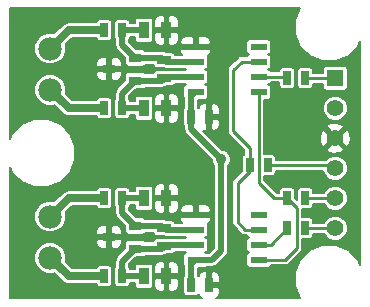
<source format=gtl>
%FSLAX46Y46*%
G04 Gerber Fmt 4.6, Leading zero omitted, Abs format (unit mm)*
G04 Created by KiCad (PCBNEW (2014-07-09 BZR 4988)-product) date Wed 13 Aug 2014 10:14:38 AM PDT*
%MOMM*%
G01*
G04 APERTURE LIST*
%ADD10C,0.050000*%
%ADD11R,1.397000X1.397000*%
%ADD12C,1.397000*%
%ADD13R,0.889000X1.397000*%
%ADD14R,1.143000X0.635000*%
%ADD15R,0.635000X1.143000*%
%ADD16C,1.968500*%
%ADD17R,1.000760X0.800100*%
%ADD18R,1.399540X0.599440*%
%ADD19C,0.889000*%
%ADD20C,0.508000*%
%ADD21C,0.635000*%
%ADD22C,0.254000*%
%ADD23C,0.203200*%
G04 APERTURE END LIST*
D10*
D11*
X129540000Y-95250000D03*
D12*
X129540000Y-97790000D03*
X129540000Y-100330000D03*
X129540000Y-102870000D03*
X129540000Y-105410000D03*
X129540000Y-107950000D03*
D13*
X115252500Y-91186000D03*
X113347500Y-91186000D03*
X113347500Y-97790000D03*
X115252500Y-97790000D03*
D14*
X115062000Y-93726000D03*
X115062000Y-95250000D03*
D13*
X115252500Y-105410000D03*
X113347500Y-105410000D03*
X113347500Y-112014000D03*
X115252500Y-112014000D03*
D14*
X115062000Y-107950000D03*
X115062000Y-109474000D03*
D15*
X117348000Y-98552000D03*
X118872000Y-98552000D03*
X117348000Y-112776000D03*
X118872000Y-112776000D03*
X109982000Y-91186000D03*
X111506000Y-91186000D03*
X109982000Y-97790000D03*
X111506000Y-97790000D03*
X109982000Y-105410000D03*
X111506000Y-105410000D03*
X109982000Y-112014000D03*
X111506000Y-112014000D03*
D16*
X105410000Y-92738000D03*
X105410000Y-96238000D03*
X105410000Y-106962000D03*
X105410000Y-110462000D03*
D15*
X122301000Y-102616000D03*
X123825000Y-102616000D03*
X125476000Y-107950000D03*
X127000000Y-107950000D03*
X125476000Y-105410000D03*
X127000000Y-105410000D03*
X125476000Y-95250000D03*
X127000000Y-95250000D03*
D17*
X110406180Y-94488000D03*
X112605820Y-93535500D03*
X112605820Y-95440500D03*
X110406180Y-108712000D03*
X112605820Y-107759500D03*
X112605820Y-109664500D03*
D18*
X123063000Y-92583000D03*
X117729000Y-92583000D03*
X123063000Y-93853000D03*
X123063000Y-95123000D03*
X123063000Y-96393000D03*
X117729000Y-93853000D03*
X117729000Y-95123000D03*
X117729000Y-96393000D03*
X123063000Y-106807000D03*
X117729000Y-106807000D03*
X123063000Y-108077000D03*
X123063000Y-109347000D03*
X123063000Y-110617000D03*
X117729000Y-108077000D03*
X117729000Y-109347000D03*
X117729000Y-110617000D03*
D19*
X119888000Y-102108000D03*
D20*
X117729000Y-93853000D02*
X115189000Y-93853000D01*
X115189000Y-93853000D02*
X115062000Y-93726000D01*
X112605820Y-93535500D02*
X114871500Y-93535500D01*
X114871500Y-93535500D02*
X115062000Y-93726000D01*
X111506000Y-91186000D02*
X111506000Y-92435680D01*
X111506000Y-92435680D02*
X112605820Y-93535500D01*
X111506000Y-91186000D02*
X113347500Y-91186000D01*
X117729000Y-95123000D02*
X115189000Y-95123000D01*
X115189000Y-95123000D02*
X115062000Y-95250000D01*
X112605820Y-95440500D02*
X114871500Y-95440500D01*
X114871500Y-95440500D02*
X115062000Y-95250000D01*
X111506000Y-97790000D02*
X111506000Y-96540320D01*
X111506000Y-96540320D02*
X112605820Y-95440500D01*
X111506000Y-97790000D02*
X113347500Y-97790000D01*
X112605820Y-107759500D02*
X114871500Y-107759500D01*
X114871500Y-107759500D02*
X115189000Y-108077000D01*
X115189000Y-108077000D02*
X117729000Y-108077000D01*
X111506000Y-105410000D02*
X113347500Y-105410000D01*
X111506000Y-105410000D02*
X111506000Y-106659680D01*
X111506000Y-106659680D02*
X112605820Y-107759500D01*
X112605820Y-109664500D02*
X114871500Y-109664500D01*
X114871500Y-109664500D02*
X115189000Y-109347000D01*
X115189000Y-109347000D02*
X117729000Y-109347000D01*
X111506000Y-112014000D02*
X113347500Y-112014000D01*
X111506000Y-112014000D02*
X111506000Y-110764320D01*
X111506000Y-110764320D02*
X112605820Y-109664500D01*
X117348000Y-112776000D02*
X117348000Y-110998000D01*
X117348000Y-110998000D02*
X117729000Y-110617000D01*
X117729000Y-110617000D02*
X119126000Y-110617000D01*
X119126000Y-110617000D02*
X119888000Y-109855000D01*
X119888000Y-109855000D02*
X119888000Y-102108000D01*
X117348000Y-98552000D02*
X117348000Y-99568000D01*
X117348000Y-99568000D02*
X119888000Y-102108000D01*
X117348000Y-98552000D02*
X117348000Y-96774000D01*
X117348000Y-96774000D02*
X117729000Y-96393000D01*
D21*
X109982000Y-91186000D02*
X106962000Y-91186000D01*
X106962000Y-91186000D02*
X105410000Y-92738000D01*
X109982000Y-97790000D02*
X106962000Y-97790000D01*
X106962000Y-97790000D02*
X105410000Y-96238000D01*
X109982000Y-105410000D02*
X106962000Y-105410000D01*
X106962000Y-105410000D02*
X105410000Y-106962000D01*
X109982000Y-112014000D02*
X106962000Y-112014000D01*
X106962000Y-112014000D02*
X105410000Y-110462000D01*
D22*
X129540000Y-107950000D02*
X127000000Y-107950000D01*
X129540000Y-95250000D02*
X127000000Y-95250000D01*
X123825000Y-102616000D02*
X129286000Y-102616000D01*
X129286000Y-102616000D02*
X129540000Y-102870000D01*
X129540000Y-105410000D02*
X127000000Y-105410000D01*
X123063000Y-108077000D02*
X121920000Y-108077000D01*
X121285000Y-104140000D02*
X122301000Y-103124000D01*
X121285000Y-107442000D02*
X121285000Y-104140000D01*
X121920000Y-108077000D02*
X121285000Y-107442000D01*
X121615200Y-93853000D02*
X120904000Y-94564200D01*
X120904000Y-94564200D02*
X120904000Y-99720400D01*
X120904000Y-99720400D02*
X122301000Y-101117400D01*
X122301000Y-101117400D02*
X122301000Y-102616000D01*
X123063000Y-93853000D02*
X121615200Y-93853000D01*
X124079000Y-109347000D02*
X125476000Y-107950000D01*
X123063000Y-109347000D02*
X124079000Y-109347000D01*
X125272800Y-110617000D02*
X126263400Y-109626400D01*
X126263400Y-109626400D02*
X126263400Y-106197400D01*
X126263400Y-106197400D02*
X125476000Y-105410000D01*
X123063000Y-110617000D02*
X125272800Y-110617000D01*
X123063000Y-104089200D02*
X124383800Y-105410000D01*
X124383800Y-105410000D02*
X125476000Y-105410000D01*
X123063000Y-96393000D02*
X123063000Y-104089200D01*
X125349000Y-95123000D02*
X125476000Y-95250000D01*
X123063000Y-95123000D02*
X125349000Y-95123000D01*
D23*
G36*
X131674400Y-111080552D02*
X131488201Y-110629917D01*
X130863958Y-110004583D01*
X130863958Y-100491124D01*
X130824838Y-99972202D01*
X130701519Y-99674484D01*
X130594283Y-99643530D01*
X130594283Y-97581246D01*
X130594100Y-97580803D01*
X130594100Y-96019233D01*
X130594100Y-95877767D01*
X130594100Y-94480767D01*
X130539963Y-94350069D01*
X130439931Y-94250037D01*
X130309233Y-94195900D01*
X130167767Y-94195900D01*
X128770767Y-94195900D01*
X128640069Y-94250037D01*
X128540037Y-94350069D01*
X128485900Y-94480767D01*
X128485900Y-94622233D01*
X128485900Y-94767400D01*
X127673100Y-94767400D01*
X127673100Y-94607767D01*
X127618963Y-94477069D01*
X127518931Y-94377037D01*
X127388233Y-94322900D01*
X127246767Y-94322900D01*
X126611767Y-94322900D01*
X126481069Y-94377037D01*
X126381037Y-94477069D01*
X126326900Y-94607767D01*
X126326900Y-94749233D01*
X126326900Y-95892233D01*
X126381037Y-96022931D01*
X126481069Y-96122963D01*
X126611767Y-96177100D01*
X126753233Y-96177100D01*
X127388233Y-96177100D01*
X127518931Y-96122963D01*
X127618963Y-96022931D01*
X127673100Y-95892233D01*
X127673100Y-95750767D01*
X127673100Y-95732600D01*
X128485900Y-95732600D01*
X128485900Y-96019233D01*
X128540037Y-96149931D01*
X128640069Y-96249963D01*
X128770767Y-96304100D01*
X128912233Y-96304100D01*
X130309233Y-96304100D01*
X130439931Y-96249963D01*
X130539963Y-96149931D01*
X130594100Y-96019233D01*
X130594100Y-97580803D01*
X130434144Y-97193680D01*
X130137879Y-96896899D01*
X129750593Y-96736083D01*
X129331246Y-96735717D01*
X128943680Y-96895856D01*
X128646899Y-97192121D01*
X128486083Y-97579407D01*
X128485717Y-97998754D01*
X128645856Y-98386320D01*
X128942121Y-98683101D01*
X129329407Y-98843917D01*
X129748754Y-98844283D01*
X130136320Y-98684144D01*
X130433101Y-98387879D01*
X130593917Y-98000593D01*
X130594283Y-97581246D01*
X130594283Y-99643530D01*
X130476107Y-99609419D01*
X130260581Y-99824945D01*
X130260581Y-99393893D01*
X130195516Y-99168481D01*
X129701124Y-99006042D01*
X129182202Y-99045162D01*
X128884484Y-99168481D01*
X128819419Y-99393893D01*
X129540000Y-100114474D01*
X130260581Y-99393893D01*
X130260581Y-99824945D01*
X129755526Y-100330000D01*
X130476107Y-101050581D01*
X130701519Y-100985516D01*
X130863958Y-100491124D01*
X130863958Y-110004583D01*
X130674367Y-109814661D01*
X130594283Y-109781407D01*
X130594283Y-107741246D01*
X130434144Y-107353680D01*
X130137879Y-107056899D01*
X129750593Y-106896083D01*
X129331246Y-106895717D01*
X128943680Y-107055856D01*
X128646899Y-107352121D01*
X128599030Y-107467400D01*
X127673100Y-107467400D01*
X127673100Y-107307767D01*
X127618963Y-107177069D01*
X127518931Y-107077037D01*
X127388233Y-107022900D01*
X127246767Y-107022900D01*
X126746000Y-107022900D01*
X126746000Y-106337100D01*
X126753233Y-106337100D01*
X127388233Y-106337100D01*
X127518931Y-106282963D01*
X127618963Y-106182931D01*
X127673100Y-106052233D01*
X127673100Y-105910767D01*
X127673100Y-105892600D01*
X128598867Y-105892600D01*
X128645856Y-106006320D01*
X128942121Y-106303101D01*
X129329407Y-106463917D01*
X129748754Y-106464283D01*
X130136320Y-106304144D01*
X130433101Y-106007879D01*
X130593917Y-105620593D01*
X130594283Y-105201246D01*
X130434144Y-104813680D01*
X130137879Y-104516899D01*
X129750593Y-104356083D01*
X129331246Y-104355717D01*
X128943680Y-104515856D01*
X128646899Y-104812121D01*
X128599030Y-104927400D01*
X127673100Y-104927400D01*
X127673100Y-104767767D01*
X127618963Y-104637069D01*
X127518931Y-104537037D01*
X127388233Y-104482900D01*
X127246767Y-104482900D01*
X126611767Y-104482900D01*
X126481069Y-104537037D01*
X126381037Y-104637069D01*
X126326900Y-104767767D01*
X126326900Y-104909233D01*
X126326900Y-105578400D01*
X126149100Y-105400600D01*
X126149100Y-104767767D01*
X126094963Y-104637069D01*
X125994931Y-104537037D01*
X125864233Y-104482900D01*
X125722767Y-104482900D01*
X125087767Y-104482900D01*
X124957069Y-104537037D01*
X124857037Y-104637069D01*
X124802900Y-104767767D01*
X124802900Y-104909233D01*
X124802900Y-104927400D01*
X124583700Y-104927400D01*
X123545600Y-103889300D01*
X123545600Y-103543100D01*
X123578233Y-103543100D01*
X124213233Y-103543100D01*
X124343931Y-103488963D01*
X124443963Y-103388931D01*
X124498100Y-103258233D01*
X124498100Y-103116767D01*
X124498100Y-103098600D01*
X128493917Y-103098600D01*
X128645856Y-103466320D01*
X128942121Y-103763101D01*
X129329407Y-103923917D01*
X129748754Y-103924283D01*
X130136320Y-103764144D01*
X130433101Y-103467879D01*
X130593917Y-103080593D01*
X130594283Y-102661246D01*
X130434144Y-102273680D01*
X130260581Y-102099814D01*
X130260581Y-101266107D01*
X129540000Y-100545526D01*
X129324474Y-100761052D01*
X129324474Y-100330000D01*
X128603893Y-99609419D01*
X128378481Y-99674484D01*
X128216042Y-100168876D01*
X128255162Y-100687798D01*
X128378481Y-100985516D01*
X128603893Y-101050581D01*
X129324474Y-100330000D01*
X129324474Y-100761052D01*
X128819419Y-101266107D01*
X128884484Y-101491519D01*
X129378876Y-101653958D01*
X129897798Y-101614838D01*
X130195516Y-101491519D01*
X130260581Y-101266107D01*
X130260581Y-102099814D01*
X130137879Y-101976899D01*
X129750593Y-101816083D01*
X129331246Y-101815717D01*
X128943680Y-101975856D01*
X128785861Y-102133400D01*
X124498100Y-102133400D01*
X124498100Y-101973767D01*
X124443963Y-101843069D01*
X124343931Y-101743037D01*
X124213233Y-101688900D01*
X124071767Y-101688900D01*
X123545600Y-101688900D01*
X123545600Y-97048320D01*
X123833503Y-97048320D01*
X123964201Y-96994183D01*
X124064233Y-96894151D01*
X124118370Y-96763453D01*
X124118370Y-96621987D01*
X124118370Y-96022547D01*
X124064233Y-95891849D01*
X123964201Y-95791817D01*
X123882559Y-95758000D01*
X123964201Y-95724183D01*
X124064233Y-95624151D01*
X124071917Y-95605600D01*
X124802900Y-95605600D01*
X124802900Y-95892233D01*
X124857037Y-96022931D01*
X124957069Y-96122963D01*
X125087767Y-96177100D01*
X125229233Y-96177100D01*
X125864233Y-96177100D01*
X125994931Y-96122963D01*
X126094963Y-96022931D01*
X126149100Y-95892233D01*
X126149100Y-95750767D01*
X126149100Y-94607767D01*
X126094963Y-94477069D01*
X125994931Y-94377037D01*
X125864233Y-94322900D01*
X125722767Y-94322900D01*
X125087767Y-94322900D01*
X124957069Y-94377037D01*
X124857037Y-94477069D01*
X124802900Y-94607767D01*
X124802900Y-94640400D01*
X124071917Y-94640400D01*
X124064233Y-94621849D01*
X123964201Y-94521817D01*
X123882559Y-94488000D01*
X123964201Y-94454183D01*
X124064233Y-94354151D01*
X124118370Y-94223453D01*
X124118370Y-94081987D01*
X124118370Y-93482547D01*
X124064233Y-93351849D01*
X123964201Y-93251817D01*
X123882559Y-93218000D01*
X123964201Y-93184183D01*
X124064233Y-93084151D01*
X124118370Y-92953453D01*
X124118370Y-92811987D01*
X124118370Y-92212547D01*
X124064233Y-92081849D01*
X123964201Y-91981817D01*
X123833503Y-91927680D01*
X123692037Y-91927680D01*
X122292497Y-91927680D01*
X122161799Y-91981817D01*
X122061767Y-92081849D01*
X122007630Y-92212547D01*
X122007630Y-92354013D01*
X122007630Y-92953453D01*
X122061767Y-93084151D01*
X122161799Y-93184183D01*
X122243440Y-93218000D01*
X122161799Y-93251817D01*
X122061767Y-93351849D01*
X122054082Y-93370400D01*
X121615205Y-93370400D01*
X121615200Y-93370399D01*
X121430517Y-93407136D01*
X121273950Y-93511750D01*
X120562750Y-94222950D01*
X120458136Y-94379517D01*
X120421400Y-94564200D01*
X120421400Y-99720400D01*
X120458136Y-99905083D01*
X120562750Y-100061650D01*
X121818400Y-101317299D01*
X121818400Y-101727988D01*
X121782069Y-101743037D01*
X121682037Y-101843069D01*
X121627900Y-101973767D01*
X121627900Y-102115233D01*
X121627900Y-103114600D01*
X120943750Y-103798750D01*
X120839136Y-103955317D01*
X120802400Y-104140000D01*
X120802400Y-107442000D01*
X120839136Y-107626683D01*
X120943750Y-107783250D01*
X121578747Y-108418246D01*
X121578750Y-108418250D01*
X121578751Y-108418250D01*
X121735317Y-108522864D01*
X121920000Y-108559601D01*
X121920000Y-108559600D01*
X121920005Y-108559600D01*
X122054082Y-108559600D01*
X122061767Y-108578151D01*
X122161799Y-108678183D01*
X122243440Y-108712000D01*
X122161799Y-108745817D01*
X122061767Y-108845849D01*
X122007630Y-108976547D01*
X122007630Y-109118013D01*
X122007630Y-109717453D01*
X122061767Y-109848151D01*
X122161799Y-109948183D01*
X122243440Y-109982000D01*
X122161799Y-110015817D01*
X122061767Y-110115849D01*
X122007630Y-110246547D01*
X122007630Y-110388013D01*
X122007630Y-110987453D01*
X122061767Y-111118151D01*
X122161799Y-111218183D01*
X122292497Y-111272320D01*
X122433963Y-111272320D01*
X123833503Y-111272320D01*
X123964201Y-111218183D01*
X124064233Y-111118151D01*
X124071917Y-111099600D01*
X125272800Y-111099600D01*
X125457483Y-111062864D01*
X125614050Y-110958250D01*
X126604650Y-109967650D01*
X126709264Y-109811083D01*
X126746000Y-109626400D01*
X126746000Y-108877100D01*
X126753233Y-108877100D01*
X127388233Y-108877100D01*
X127518931Y-108822963D01*
X127618963Y-108722931D01*
X127673100Y-108592233D01*
X127673100Y-108450767D01*
X127673100Y-108432600D01*
X128598867Y-108432600D01*
X128645856Y-108546320D01*
X128942121Y-108843101D01*
X129329407Y-109003917D01*
X129748754Y-109004283D01*
X130136320Y-108844144D01*
X130433101Y-108547879D01*
X130593917Y-108160593D01*
X130594283Y-107741246D01*
X130594283Y-109781407D01*
X129610497Y-109372904D01*
X128458556Y-109371899D01*
X127393917Y-109811799D01*
X126578661Y-110625633D01*
X126136904Y-111689503D01*
X126135899Y-112841444D01*
X126570971Y-113894400D01*
X119462128Y-113894400D01*
X119534811Y-113864294D01*
X119706294Y-113692811D01*
X119799100Y-113468757D01*
X119799100Y-113226243D01*
X119799100Y-113080800D01*
X119799100Y-112471200D01*
X119799100Y-112325757D01*
X119799100Y-112083243D01*
X119706294Y-111859189D01*
X119534811Y-111687706D01*
X119310757Y-111594900D01*
X119176800Y-111594900D01*
X119024400Y-111747300D01*
X119024400Y-112623600D01*
X119646700Y-112623600D01*
X119799100Y-112471200D01*
X119799100Y-113080800D01*
X119646700Y-112928400D01*
X119024400Y-112928400D01*
X119024400Y-112948400D01*
X118719600Y-112948400D01*
X118719600Y-112928400D01*
X118699600Y-112928400D01*
X118699600Y-112623600D01*
X118719600Y-112623600D01*
X118719600Y-111747300D01*
X118567200Y-111594900D01*
X118433243Y-111594900D01*
X118209189Y-111687706D01*
X118037706Y-111859189D01*
X117972536Y-112016523D01*
X117966963Y-112003069D01*
X117957600Y-111993706D01*
X117957600Y-111272320D01*
X118499503Y-111272320D01*
X118609880Y-111226600D01*
X119126000Y-111226600D01*
X119359284Y-111180197D01*
X119557052Y-111048052D01*
X120319052Y-110286052D01*
X120451197Y-110088284D01*
X120497600Y-109855000D01*
X120497600Y-102629988D01*
X120565896Y-102561812D01*
X120687961Y-102267848D01*
X120688239Y-101949548D01*
X120566687Y-101655372D01*
X120341812Y-101430104D01*
X120047848Y-101308039D01*
X119950058Y-101307953D01*
X119799100Y-101156995D01*
X119799100Y-99244757D01*
X119799100Y-99002243D01*
X119799100Y-98856800D01*
X119799100Y-98247200D01*
X119799100Y-98101757D01*
X119799100Y-97859243D01*
X119706294Y-97635189D01*
X119534811Y-97463706D01*
X119310757Y-97370900D01*
X119176800Y-97370900D01*
X119024400Y-97523300D01*
X119024400Y-98399600D01*
X119646700Y-98399600D01*
X119799100Y-98247200D01*
X119799100Y-98856800D01*
X119646700Y-98704400D01*
X119024400Y-98704400D01*
X119024400Y-99580700D01*
X119176800Y-99733100D01*
X119310757Y-99733100D01*
X119534811Y-99640294D01*
X119706294Y-99468811D01*
X119799100Y-99244757D01*
X119799100Y-101156995D01*
X118334164Y-99692060D01*
X118433243Y-99733100D01*
X118567200Y-99733100D01*
X118719600Y-99580700D01*
X118719600Y-98704400D01*
X118699600Y-98704400D01*
X118699600Y-98399600D01*
X118719600Y-98399600D01*
X118719600Y-97523300D01*
X118567200Y-97370900D01*
X118433243Y-97370900D01*
X118209189Y-97463706D01*
X118037706Y-97635189D01*
X117972536Y-97792523D01*
X117966963Y-97779069D01*
X117957600Y-97769706D01*
X117957600Y-97048320D01*
X118499503Y-97048320D01*
X118630201Y-96994183D01*
X118730233Y-96894151D01*
X118784370Y-96763453D01*
X118784370Y-96621987D01*
X118784370Y-96022547D01*
X118730233Y-95891849D01*
X118630201Y-95791817D01*
X118548559Y-95758000D01*
X118630201Y-95724183D01*
X118730233Y-95624151D01*
X118784370Y-95493453D01*
X118784370Y-95351987D01*
X118784370Y-94752547D01*
X118730233Y-94621849D01*
X118630201Y-94521817D01*
X118548559Y-94488000D01*
X118630201Y-94454183D01*
X118730233Y-94354151D01*
X118784370Y-94223453D01*
X118784370Y-94081987D01*
X118784370Y-93482547D01*
X118753506Y-93408036D01*
X118774081Y-93399514D01*
X118945564Y-93228031D01*
X119038370Y-93003977D01*
X119038370Y-92885260D01*
X119038370Y-92280740D01*
X119038370Y-92162023D01*
X118945564Y-91937969D01*
X118774081Y-91766486D01*
X118550027Y-91673680D01*
X118307513Y-91673680D01*
X118033800Y-91673680D01*
X117881400Y-91826080D01*
X117881400Y-92433140D01*
X118885970Y-92433140D01*
X119038370Y-92280740D01*
X119038370Y-92885260D01*
X118885970Y-92732860D01*
X117881400Y-92732860D01*
X117881400Y-92755400D01*
X117576600Y-92755400D01*
X117576600Y-92732860D01*
X117576600Y-92433140D01*
X117576600Y-91826080D01*
X117424200Y-91673680D01*
X117150487Y-91673680D01*
X116907973Y-91673680D01*
X116683919Y-91766486D01*
X116512436Y-91937969D01*
X116419630Y-92162023D01*
X116419630Y-92280740D01*
X116572030Y-92433140D01*
X117576600Y-92433140D01*
X117576600Y-92732860D01*
X116572030Y-92732860D01*
X116419630Y-92885260D01*
X116419630Y-93003977D01*
X116512436Y-93228031D01*
X116527805Y-93243400D01*
X116306600Y-93243400D01*
X116306600Y-92005757D01*
X116306600Y-91763243D01*
X116306600Y-91490800D01*
X116306600Y-90881200D01*
X116306600Y-90608757D01*
X116306600Y-90366243D01*
X116213794Y-90142189D01*
X116042311Y-89970706D01*
X115818257Y-89877900D01*
X115557300Y-89877900D01*
X115404900Y-90030300D01*
X115404900Y-91033600D01*
X116154200Y-91033600D01*
X116306600Y-90881200D01*
X116306600Y-91490800D01*
X116154200Y-91338400D01*
X115404900Y-91338400D01*
X115404900Y-92341700D01*
X115557300Y-92494100D01*
X115818257Y-92494100D01*
X116042311Y-92401294D01*
X116213794Y-92229811D01*
X116306600Y-92005757D01*
X116306600Y-93243400D01*
X115950011Y-93243400D01*
X115934963Y-93207069D01*
X115834931Y-93107037D01*
X115704233Y-93052900D01*
X115562767Y-93052900D01*
X115225405Y-93052900D01*
X115104784Y-92972303D01*
X115100100Y-92971371D01*
X115100100Y-92341700D01*
X115100100Y-91338400D01*
X115100100Y-91033600D01*
X115100100Y-90030300D01*
X114947700Y-89877900D01*
X114686743Y-89877900D01*
X114462689Y-89970706D01*
X114291206Y-90142189D01*
X114198400Y-90366243D01*
X114198400Y-90608757D01*
X114198400Y-90881200D01*
X114350800Y-91033600D01*
X115100100Y-91033600D01*
X115100100Y-91338400D01*
X114350800Y-91338400D01*
X114198400Y-91490800D01*
X114198400Y-91763243D01*
X114198400Y-92005757D01*
X114291206Y-92229811D01*
X114462689Y-92401294D01*
X114686743Y-92494100D01*
X114947700Y-92494100D01*
X115100100Y-92341700D01*
X115100100Y-92971371D01*
X114871500Y-92925900D01*
X113399544Y-92925900D01*
X113307631Y-92833987D01*
X113176933Y-92779850D01*
X113035467Y-92779850D01*
X112712274Y-92779850D01*
X112115600Y-92183175D01*
X112115600Y-91968294D01*
X112124963Y-91958931D01*
X112179100Y-91828233D01*
X112179100Y-91795600D01*
X112547400Y-91795600D01*
X112547400Y-91955233D01*
X112601537Y-92085931D01*
X112701569Y-92185963D01*
X112832267Y-92240100D01*
X112973733Y-92240100D01*
X113862733Y-92240100D01*
X113993431Y-92185963D01*
X114093463Y-92085931D01*
X114147600Y-91955233D01*
X114147600Y-91813767D01*
X114147600Y-90416767D01*
X114093463Y-90286069D01*
X113993431Y-90186037D01*
X113862733Y-90131900D01*
X113721267Y-90131900D01*
X112832267Y-90131900D01*
X112701569Y-90186037D01*
X112601537Y-90286069D01*
X112547400Y-90416767D01*
X112547400Y-90558233D01*
X112547400Y-90576400D01*
X112179100Y-90576400D01*
X112179100Y-90543767D01*
X112124963Y-90413069D01*
X112024931Y-90313037D01*
X111894233Y-90258900D01*
X111752767Y-90258900D01*
X111117767Y-90258900D01*
X110987069Y-90313037D01*
X110887037Y-90413069D01*
X110832900Y-90543767D01*
X110832900Y-90685233D01*
X110832900Y-91828233D01*
X110887037Y-91958931D01*
X110896400Y-91968294D01*
X110896400Y-92435680D01*
X110942803Y-92668964D01*
X111074948Y-92866732D01*
X111749840Y-93541624D01*
X111749840Y-94006283D01*
X111803977Y-94136981D01*
X111904009Y-94237013D01*
X112034707Y-94291150D01*
X112176173Y-94291150D01*
X113176933Y-94291150D01*
X113307631Y-94237013D01*
X113399544Y-94145100D01*
X114147685Y-94145100D01*
X114189037Y-94244931D01*
X114289069Y-94344963D01*
X114419767Y-94399100D01*
X114561233Y-94399100D01*
X114930128Y-94399100D01*
X114955716Y-94416197D01*
X115189000Y-94462600D01*
X116848119Y-94462600D01*
X116909440Y-94488000D01*
X116848119Y-94513400D01*
X115189000Y-94513400D01*
X114955716Y-94559803D01*
X114930128Y-94576900D01*
X114419767Y-94576900D01*
X114289069Y-94631037D01*
X114189037Y-94731069D01*
X114147685Y-94830900D01*
X113399544Y-94830900D01*
X113307631Y-94738987D01*
X113176933Y-94684850D01*
X113035467Y-94684850D01*
X112034707Y-94684850D01*
X111904009Y-94738987D01*
X111803977Y-94839019D01*
X111749840Y-94969717D01*
X111749840Y-95111183D01*
X111749840Y-95434375D01*
X111516160Y-95668055D01*
X111516160Y-95009307D01*
X111516160Y-94792800D01*
X111516160Y-94183200D01*
X111516160Y-93966693D01*
X111423354Y-93742639D01*
X111251871Y-93571156D01*
X111027817Y-93478350D01*
X110785303Y-93478350D01*
X110710980Y-93478350D01*
X110655100Y-93534230D01*
X110655100Y-91828233D01*
X110655100Y-91686767D01*
X110655100Y-91186000D01*
X110655100Y-90543767D01*
X110600963Y-90413069D01*
X110500931Y-90313037D01*
X110370233Y-90258900D01*
X110228767Y-90258900D01*
X109593767Y-90258900D01*
X109463069Y-90313037D01*
X109363037Y-90413069D01*
X109321685Y-90512900D01*
X106962000Y-90512900D01*
X106704416Y-90564137D01*
X106486046Y-90710046D01*
X106486043Y-90710049D01*
X105762492Y-91433599D01*
X105677682Y-91398383D01*
X105144657Y-91397918D01*
X104652028Y-91601468D01*
X104274793Y-91978045D01*
X104070383Y-92470318D01*
X104069918Y-93003343D01*
X104273468Y-93495972D01*
X104650045Y-93873207D01*
X105142318Y-94077617D01*
X105675343Y-94078082D01*
X106167972Y-93874532D01*
X106545207Y-93497955D01*
X106749617Y-93005682D01*
X106750082Y-92472657D01*
X106714168Y-92385739D01*
X107240807Y-91859100D01*
X109321685Y-91859100D01*
X109363037Y-91958931D01*
X109463069Y-92058963D01*
X109593767Y-92113100D01*
X109735233Y-92113100D01*
X110370233Y-92113100D01*
X110500931Y-92058963D01*
X110600963Y-91958931D01*
X110655100Y-91828233D01*
X110655100Y-93534230D01*
X110558580Y-93630750D01*
X110558580Y-94335600D01*
X111363760Y-94335600D01*
X111516160Y-94183200D01*
X111516160Y-94792800D01*
X111363760Y-94640400D01*
X110558580Y-94640400D01*
X110558580Y-95345250D01*
X110710980Y-95497650D01*
X110785303Y-95497650D01*
X111027817Y-95497650D01*
X111251871Y-95404844D01*
X111423354Y-95233361D01*
X111516160Y-95009307D01*
X111516160Y-95668055D01*
X111074948Y-96109268D01*
X110942803Y-96307036D01*
X110896400Y-96540320D01*
X110896400Y-97007706D01*
X110887037Y-97017069D01*
X110832900Y-97147767D01*
X110832900Y-97289233D01*
X110832900Y-98432233D01*
X110887037Y-98562931D01*
X110987069Y-98662963D01*
X111117767Y-98717100D01*
X111259233Y-98717100D01*
X111894233Y-98717100D01*
X112024931Y-98662963D01*
X112124963Y-98562931D01*
X112179100Y-98432233D01*
X112179100Y-98399600D01*
X112547400Y-98399600D01*
X112547400Y-98559233D01*
X112601537Y-98689931D01*
X112701569Y-98789963D01*
X112832267Y-98844100D01*
X112973733Y-98844100D01*
X113862733Y-98844100D01*
X113993431Y-98789963D01*
X114093463Y-98689931D01*
X114147600Y-98559233D01*
X114147600Y-98417767D01*
X114147600Y-97020767D01*
X114093463Y-96890069D01*
X113993431Y-96790037D01*
X113862733Y-96735900D01*
X113721267Y-96735900D01*
X112832267Y-96735900D01*
X112701569Y-96790037D01*
X112601537Y-96890069D01*
X112547400Y-97020767D01*
X112547400Y-97162233D01*
X112547400Y-97180400D01*
X112179100Y-97180400D01*
X112179100Y-97147767D01*
X112124963Y-97017069D01*
X112115600Y-97007706D01*
X112115600Y-96792824D01*
X112712274Y-96196150D01*
X113176933Y-96196150D01*
X113307631Y-96142013D01*
X113399544Y-96050100D01*
X114871500Y-96050100D01*
X115104784Y-96003697D01*
X115225405Y-95923100D01*
X115704233Y-95923100D01*
X115834931Y-95868963D01*
X115934963Y-95768931D01*
X115950011Y-95732600D01*
X116848119Y-95732600D01*
X116909440Y-95758000D01*
X116827799Y-95791817D01*
X116727767Y-95891849D01*
X116673630Y-96022547D01*
X116673630Y-96164013D01*
X116673630Y-96763453D01*
X116727767Y-96894151D01*
X116738400Y-96904784D01*
X116738400Y-97769706D01*
X116729037Y-97779069D01*
X116674900Y-97909767D01*
X116674900Y-98051233D01*
X116674900Y-99194233D01*
X116729037Y-99324931D01*
X116738400Y-99334294D01*
X116738400Y-99568000D01*
X116784803Y-99801284D01*
X116916948Y-99999052D01*
X119087845Y-102169950D01*
X119087761Y-102266452D01*
X119209313Y-102560628D01*
X119278400Y-102629835D01*
X119278400Y-109602496D01*
X118873496Y-110007400D01*
X118609880Y-110007400D01*
X118548559Y-109982000D01*
X118630201Y-109948183D01*
X118730233Y-109848151D01*
X118784370Y-109717453D01*
X118784370Y-109575987D01*
X118784370Y-108976547D01*
X118730233Y-108845849D01*
X118630201Y-108745817D01*
X118548559Y-108712000D01*
X118630201Y-108678183D01*
X118730233Y-108578151D01*
X118784370Y-108447453D01*
X118784370Y-108305987D01*
X118784370Y-107706547D01*
X118753506Y-107632036D01*
X118774081Y-107623514D01*
X118945564Y-107452031D01*
X119038370Y-107227977D01*
X119038370Y-107109260D01*
X119038370Y-106504740D01*
X119038370Y-106386023D01*
X118945564Y-106161969D01*
X118774081Y-105990486D01*
X118550027Y-105897680D01*
X118307513Y-105897680D01*
X118033800Y-105897680D01*
X117881400Y-106050080D01*
X117881400Y-106657140D01*
X118885970Y-106657140D01*
X119038370Y-106504740D01*
X119038370Y-107109260D01*
X118885970Y-106956860D01*
X117881400Y-106956860D01*
X117881400Y-106979400D01*
X117576600Y-106979400D01*
X117576600Y-106956860D01*
X117576600Y-106657140D01*
X117576600Y-106050080D01*
X117424200Y-105897680D01*
X117150487Y-105897680D01*
X116907973Y-105897680D01*
X116683919Y-105990486D01*
X116512436Y-106161969D01*
X116419630Y-106386023D01*
X116419630Y-106504740D01*
X116572030Y-106657140D01*
X117576600Y-106657140D01*
X117576600Y-106956860D01*
X116572030Y-106956860D01*
X116419630Y-107109260D01*
X116419630Y-107227977D01*
X116512436Y-107452031D01*
X116527805Y-107467400D01*
X116306600Y-107467400D01*
X116306600Y-106229757D01*
X116306600Y-105987243D01*
X116306600Y-105714800D01*
X116306600Y-105105200D01*
X116306600Y-104832757D01*
X116306600Y-104590243D01*
X116306600Y-98609757D01*
X116306600Y-98367243D01*
X116306600Y-98094800D01*
X116306600Y-97485200D01*
X116306600Y-97212757D01*
X116306600Y-96970243D01*
X116213794Y-96746189D01*
X116042311Y-96574706D01*
X115818257Y-96481900D01*
X115557300Y-96481900D01*
X115404900Y-96634300D01*
X115404900Y-97637600D01*
X116154200Y-97637600D01*
X116306600Y-97485200D01*
X116306600Y-98094800D01*
X116154200Y-97942400D01*
X115404900Y-97942400D01*
X115404900Y-98945700D01*
X115557300Y-99098100D01*
X115818257Y-99098100D01*
X116042311Y-99005294D01*
X116213794Y-98833811D01*
X116306600Y-98609757D01*
X116306600Y-104590243D01*
X116213794Y-104366189D01*
X116042311Y-104194706D01*
X115818257Y-104101900D01*
X115557300Y-104101900D01*
X115404900Y-104254300D01*
X115404900Y-105257600D01*
X116154200Y-105257600D01*
X116306600Y-105105200D01*
X116306600Y-105714800D01*
X116154200Y-105562400D01*
X115404900Y-105562400D01*
X115404900Y-106565700D01*
X115557300Y-106718100D01*
X115818257Y-106718100D01*
X116042311Y-106625294D01*
X116213794Y-106453811D01*
X116306600Y-106229757D01*
X116306600Y-107467400D01*
X115950011Y-107467400D01*
X115934963Y-107431069D01*
X115834931Y-107331037D01*
X115704233Y-107276900D01*
X115562767Y-107276900D01*
X115225405Y-107276900D01*
X115104784Y-107196303D01*
X115100100Y-107195371D01*
X115100100Y-106565700D01*
X115100100Y-105562400D01*
X115100100Y-105257600D01*
X115100100Y-104254300D01*
X115100100Y-98945700D01*
X115100100Y-97942400D01*
X115100100Y-97637600D01*
X115100100Y-96634300D01*
X114947700Y-96481900D01*
X114686743Y-96481900D01*
X114462689Y-96574706D01*
X114291206Y-96746189D01*
X114198400Y-96970243D01*
X114198400Y-97212757D01*
X114198400Y-97485200D01*
X114350800Y-97637600D01*
X115100100Y-97637600D01*
X115100100Y-97942400D01*
X114350800Y-97942400D01*
X114198400Y-98094800D01*
X114198400Y-98367243D01*
X114198400Y-98609757D01*
X114291206Y-98833811D01*
X114462689Y-99005294D01*
X114686743Y-99098100D01*
X114947700Y-99098100D01*
X115100100Y-98945700D01*
X115100100Y-104254300D01*
X114947700Y-104101900D01*
X114686743Y-104101900D01*
X114462689Y-104194706D01*
X114291206Y-104366189D01*
X114198400Y-104590243D01*
X114198400Y-104832757D01*
X114198400Y-105105200D01*
X114350800Y-105257600D01*
X115100100Y-105257600D01*
X115100100Y-105562400D01*
X114350800Y-105562400D01*
X114198400Y-105714800D01*
X114198400Y-105987243D01*
X114198400Y-106229757D01*
X114291206Y-106453811D01*
X114462689Y-106625294D01*
X114686743Y-106718100D01*
X114947700Y-106718100D01*
X115100100Y-106565700D01*
X115100100Y-107195371D01*
X114871500Y-107149900D01*
X113399544Y-107149900D01*
X113307631Y-107057987D01*
X113176933Y-107003850D01*
X113035467Y-107003850D01*
X112712274Y-107003850D01*
X112115600Y-106407175D01*
X112115600Y-106192294D01*
X112124963Y-106182931D01*
X112179100Y-106052233D01*
X112179100Y-106019600D01*
X112547400Y-106019600D01*
X112547400Y-106179233D01*
X112601537Y-106309931D01*
X112701569Y-106409963D01*
X112832267Y-106464100D01*
X112973733Y-106464100D01*
X113862733Y-106464100D01*
X113993431Y-106409963D01*
X114093463Y-106309931D01*
X114147600Y-106179233D01*
X114147600Y-106037767D01*
X114147600Y-104640767D01*
X114093463Y-104510069D01*
X113993431Y-104410037D01*
X113862733Y-104355900D01*
X113721267Y-104355900D01*
X112832267Y-104355900D01*
X112701569Y-104410037D01*
X112601537Y-104510069D01*
X112547400Y-104640767D01*
X112547400Y-104782233D01*
X112547400Y-104800400D01*
X112179100Y-104800400D01*
X112179100Y-104767767D01*
X112124963Y-104637069D01*
X112024931Y-104537037D01*
X111894233Y-104482900D01*
X111752767Y-104482900D01*
X111117767Y-104482900D01*
X110987069Y-104537037D01*
X110887037Y-104637069D01*
X110832900Y-104767767D01*
X110832900Y-104909233D01*
X110832900Y-106052233D01*
X110887037Y-106182931D01*
X110896400Y-106192294D01*
X110896400Y-106659680D01*
X110942803Y-106892964D01*
X111074948Y-107090732D01*
X111749840Y-107765624D01*
X111749840Y-108230283D01*
X111803977Y-108360981D01*
X111904009Y-108461013D01*
X112034707Y-108515150D01*
X112176173Y-108515150D01*
X113176933Y-108515150D01*
X113307631Y-108461013D01*
X113399544Y-108369100D01*
X114147685Y-108369100D01*
X114189037Y-108468931D01*
X114289069Y-108568963D01*
X114419767Y-108623100D01*
X114561233Y-108623100D01*
X114930128Y-108623100D01*
X114955716Y-108640197D01*
X115189000Y-108686600D01*
X116848119Y-108686600D01*
X116909440Y-108712000D01*
X116848119Y-108737400D01*
X115189000Y-108737400D01*
X114955716Y-108783803D01*
X114930128Y-108800900D01*
X114419767Y-108800900D01*
X114289069Y-108855037D01*
X114189037Y-108955069D01*
X114147685Y-109054900D01*
X113399544Y-109054900D01*
X113307631Y-108962987D01*
X113176933Y-108908850D01*
X113035467Y-108908850D01*
X112034707Y-108908850D01*
X111904009Y-108962987D01*
X111803977Y-109063019D01*
X111749840Y-109193717D01*
X111749840Y-109335183D01*
X111749840Y-109658375D01*
X111516160Y-109892055D01*
X111516160Y-109233307D01*
X111516160Y-109016800D01*
X111516160Y-108407200D01*
X111516160Y-108190693D01*
X111423354Y-107966639D01*
X111251871Y-107795156D01*
X111027817Y-107702350D01*
X110785303Y-107702350D01*
X110710980Y-107702350D01*
X110655100Y-107758230D01*
X110655100Y-106052233D01*
X110655100Y-105910767D01*
X110655100Y-105410000D01*
X110655100Y-104767767D01*
X110655100Y-98432233D01*
X110655100Y-98290767D01*
X110655100Y-97790000D01*
X110655100Y-97147767D01*
X110600963Y-97017069D01*
X110500931Y-96917037D01*
X110370233Y-96862900D01*
X110253780Y-96862900D01*
X110253780Y-95345250D01*
X110253780Y-94640400D01*
X110253780Y-94335600D01*
X110253780Y-93630750D01*
X110101380Y-93478350D01*
X110027057Y-93478350D01*
X109784543Y-93478350D01*
X109560489Y-93571156D01*
X109389006Y-93742639D01*
X109296200Y-93966693D01*
X109296200Y-94183200D01*
X109448600Y-94335600D01*
X110253780Y-94335600D01*
X110253780Y-94640400D01*
X109448600Y-94640400D01*
X109296200Y-94792800D01*
X109296200Y-95009307D01*
X109389006Y-95233361D01*
X109560489Y-95404844D01*
X109784543Y-95497650D01*
X110027057Y-95497650D01*
X110101380Y-95497650D01*
X110253780Y-95345250D01*
X110253780Y-96862900D01*
X110228767Y-96862900D01*
X109593767Y-96862900D01*
X109463069Y-96917037D01*
X109363037Y-97017069D01*
X109321685Y-97116900D01*
X107240807Y-97116900D01*
X106714400Y-96590492D01*
X106749617Y-96505682D01*
X106750082Y-95972657D01*
X106546532Y-95480028D01*
X106169955Y-95102793D01*
X105677682Y-94898383D01*
X105144657Y-94897918D01*
X104652028Y-95101468D01*
X104274793Y-95478045D01*
X104070383Y-95970318D01*
X104069918Y-96503343D01*
X104273468Y-96995972D01*
X104650045Y-97373207D01*
X105142318Y-97577617D01*
X105675343Y-97578082D01*
X105762260Y-97542168D01*
X106486043Y-98265950D01*
X106486046Y-98265954D01*
X106704416Y-98411863D01*
X106962000Y-98463100D01*
X109321685Y-98463100D01*
X109363037Y-98562931D01*
X109463069Y-98662963D01*
X109593767Y-98717100D01*
X109735233Y-98717100D01*
X110370233Y-98717100D01*
X110500931Y-98662963D01*
X110600963Y-98562931D01*
X110655100Y-98432233D01*
X110655100Y-104767767D01*
X110600963Y-104637069D01*
X110500931Y-104537037D01*
X110370233Y-104482900D01*
X110228767Y-104482900D01*
X109593767Y-104482900D01*
X109463069Y-104537037D01*
X109363037Y-104637069D01*
X109321685Y-104736900D01*
X106962000Y-104736900D01*
X106704416Y-104788137D01*
X106486046Y-104934046D01*
X106486043Y-104934049D01*
X105762492Y-105657599D01*
X105677682Y-105622383D01*
X105144657Y-105621918D01*
X104652028Y-105825468D01*
X104274793Y-106202045D01*
X104070383Y-106694318D01*
X104069918Y-107227343D01*
X104273468Y-107719972D01*
X104650045Y-108097207D01*
X105142318Y-108301617D01*
X105675343Y-108302082D01*
X106167972Y-108098532D01*
X106545207Y-107721955D01*
X106749617Y-107229682D01*
X106750082Y-106696657D01*
X106714168Y-106609739D01*
X107240807Y-106083100D01*
X109321685Y-106083100D01*
X109363037Y-106182931D01*
X109463069Y-106282963D01*
X109593767Y-106337100D01*
X109735233Y-106337100D01*
X110370233Y-106337100D01*
X110500931Y-106282963D01*
X110600963Y-106182931D01*
X110655100Y-106052233D01*
X110655100Y-107758230D01*
X110558580Y-107854750D01*
X110558580Y-108559600D01*
X111363760Y-108559600D01*
X111516160Y-108407200D01*
X111516160Y-109016800D01*
X111363760Y-108864400D01*
X110558580Y-108864400D01*
X110558580Y-109569250D01*
X110710980Y-109721650D01*
X110785303Y-109721650D01*
X111027817Y-109721650D01*
X111251871Y-109628844D01*
X111423354Y-109457361D01*
X111516160Y-109233307D01*
X111516160Y-109892055D01*
X111074948Y-110333268D01*
X110942803Y-110531036D01*
X110896400Y-110764320D01*
X110896400Y-111231706D01*
X110887037Y-111241069D01*
X110832900Y-111371767D01*
X110832900Y-111513233D01*
X110832900Y-112656233D01*
X110887037Y-112786931D01*
X110987069Y-112886963D01*
X111117767Y-112941100D01*
X111259233Y-112941100D01*
X111894233Y-112941100D01*
X112024931Y-112886963D01*
X112124963Y-112786931D01*
X112179100Y-112656233D01*
X112179100Y-112623600D01*
X112547400Y-112623600D01*
X112547400Y-112783233D01*
X112601537Y-112913931D01*
X112701569Y-113013963D01*
X112832267Y-113068100D01*
X112973733Y-113068100D01*
X113862733Y-113068100D01*
X113993431Y-113013963D01*
X114093463Y-112913931D01*
X114147600Y-112783233D01*
X114147600Y-112641767D01*
X114147600Y-111244767D01*
X114093463Y-111114069D01*
X113993431Y-111014037D01*
X113862733Y-110959900D01*
X113721267Y-110959900D01*
X112832267Y-110959900D01*
X112701569Y-111014037D01*
X112601537Y-111114069D01*
X112547400Y-111244767D01*
X112547400Y-111386233D01*
X112547400Y-111404400D01*
X112179100Y-111404400D01*
X112179100Y-111371767D01*
X112124963Y-111241069D01*
X112115600Y-111231706D01*
X112115600Y-111016824D01*
X112712274Y-110420150D01*
X113176933Y-110420150D01*
X113307631Y-110366013D01*
X113399544Y-110274100D01*
X114871500Y-110274100D01*
X115104784Y-110227697D01*
X115225405Y-110147100D01*
X115704233Y-110147100D01*
X115834931Y-110092963D01*
X115934963Y-109992931D01*
X115950011Y-109956600D01*
X116848119Y-109956600D01*
X116909440Y-109982000D01*
X116827799Y-110015817D01*
X116727767Y-110115849D01*
X116673630Y-110246547D01*
X116673630Y-110388013D01*
X116673630Y-110987453D01*
X116727767Y-111118151D01*
X116738400Y-111128784D01*
X116738400Y-111993706D01*
X116729037Y-112003069D01*
X116674900Y-112133767D01*
X116674900Y-112275233D01*
X116674900Y-113418233D01*
X116729037Y-113548931D01*
X116829069Y-113648963D01*
X116959767Y-113703100D01*
X117101233Y-113703100D01*
X117736233Y-113703100D01*
X117866931Y-113648963D01*
X117966963Y-113548931D01*
X117972536Y-113535476D01*
X118037706Y-113692811D01*
X118209189Y-113864294D01*
X118281871Y-113894400D01*
X116306600Y-113894400D01*
X116306600Y-112833757D01*
X116306600Y-112591243D01*
X116306600Y-112318800D01*
X116306600Y-111709200D01*
X116306600Y-111436757D01*
X116306600Y-111194243D01*
X116213794Y-110970189D01*
X116042311Y-110798706D01*
X115818257Y-110705900D01*
X115557300Y-110705900D01*
X115404900Y-110858300D01*
X115404900Y-111861600D01*
X116154200Y-111861600D01*
X116306600Y-111709200D01*
X116306600Y-112318800D01*
X116154200Y-112166400D01*
X115404900Y-112166400D01*
X115404900Y-113169700D01*
X115557300Y-113322100D01*
X115818257Y-113322100D01*
X116042311Y-113229294D01*
X116213794Y-113057811D01*
X116306600Y-112833757D01*
X116306600Y-113894400D01*
X115100100Y-113894400D01*
X115100100Y-113169700D01*
X115100100Y-112166400D01*
X115100100Y-111861600D01*
X115100100Y-110858300D01*
X114947700Y-110705900D01*
X114686743Y-110705900D01*
X114462689Y-110798706D01*
X114291206Y-110970189D01*
X114198400Y-111194243D01*
X114198400Y-111436757D01*
X114198400Y-111709200D01*
X114350800Y-111861600D01*
X115100100Y-111861600D01*
X115100100Y-112166400D01*
X114350800Y-112166400D01*
X114198400Y-112318800D01*
X114198400Y-112591243D01*
X114198400Y-112833757D01*
X114291206Y-113057811D01*
X114462689Y-113229294D01*
X114686743Y-113322100D01*
X114947700Y-113322100D01*
X115100100Y-113169700D01*
X115100100Y-113894400D01*
X110655100Y-113894400D01*
X110655100Y-112656233D01*
X110655100Y-112514767D01*
X110655100Y-112014000D01*
X110655100Y-111371767D01*
X110600963Y-111241069D01*
X110500931Y-111141037D01*
X110370233Y-111086900D01*
X110253780Y-111086900D01*
X110253780Y-109569250D01*
X110253780Y-108864400D01*
X110253780Y-108559600D01*
X110253780Y-107854750D01*
X110101380Y-107702350D01*
X110027057Y-107702350D01*
X109784543Y-107702350D01*
X109560489Y-107795156D01*
X109389006Y-107966639D01*
X109296200Y-108190693D01*
X109296200Y-108407200D01*
X109448600Y-108559600D01*
X110253780Y-108559600D01*
X110253780Y-108864400D01*
X109448600Y-108864400D01*
X109296200Y-109016800D01*
X109296200Y-109233307D01*
X109389006Y-109457361D01*
X109560489Y-109628844D01*
X109784543Y-109721650D01*
X110027057Y-109721650D01*
X110101380Y-109721650D01*
X110253780Y-109569250D01*
X110253780Y-111086900D01*
X110228767Y-111086900D01*
X109593767Y-111086900D01*
X109463069Y-111141037D01*
X109363037Y-111241069D01*
X109321685Y-111340900D01*
X107240807Y-111340900D01*
X106714400Y-110814492D01*
X106749617Y-110729682D01*
X106750082Y-110196657D01*
X106546532Y-109704028D01*
X106169955Y-109326793D01*
X105677682Y-109122383D01*
X105144657Y-109121918D01*
X104652028Y-109325468D01*
X104274793Y-109702045D01*
X104070383Y-110194318D01*
X104069918Y-110727343D01*
X104273468Y-111219972D01*
X104650045Y-111597207D01*
X105142318Y-111801617D01*
X105675343Y-111802082D01*
X105762260Y-111766168D01*
X106486043Y-112489950D01*
X106486046Y-112489954D01*
X106704416Y-112635863D01*
X106962000Y-112687100D01*
X109321685Y-112687100D01*
X109363037Y-112786931D01*
X109463069Y-112886963D01*
X109593767Y-112941100D01*
X109735233Y-112941100D01*
X110370233Y-112941100D01*
X110500931Y-112886963D01*
X110600963Y-112786931D01*
X110655100Y-112656233D01*
X110655100Y-113894400D01*
X102005600Y-113894400D01*
X102005600Y-102787447D01*
X102191799Y-103238083D01*
X103005633Y-104053339D01*
X104069503Y-104495096D01*
X105221444Y-104496101D01*
X106286083Y-104056201D01*
X107101339Y-103242367D01*
X107543096Y-102178497D01*
X107544101Y-101026556D01*
X107104201Y-99961917D01*
X106290367Y-99146661D01*
X105226497Y-98704904D01*
X104074556Y-98703899D01*
X103009917Y-99143799D01*
X102194661Y-99957633D01*
X102005600Y-100412942D01*
X102005600Y-89305600D01*
X126572030Y-89305600D01*
X126136904Y-90353503D01*
X126135899Y-91505444D01*
X126575799Y-92570083D01*
X127389633Y-93385339D01*
X128453503Y-93827096D01*
X129605444Y-93828101D01*
X130670083Y-93388201D01*
X131485339Y-92574367D01*
X131674400Y-92119057D01*
X131674400Y-111080552D01*
X131674400Y-111080552D01*
G37*
X131674400Y-111080552D02*
X131488201Y-110629917D01*
X130863958Y-110004583D01*
X130863958Y-100491124D01*
X130824838Y-99972202D01*
X130701519Y-99674484D01*
X130594283Y-99643530D01*
X130594283Y-97581246D01*
X130594100Y-97580803D01*
X130594100Y-96019233D01*
X130594100Y-95877767D01*
X130594100Y-94480767D01*
X130539963Y-94350069D01*
X130439931Y-94250037D01*
X130309233Y-94195900D01*
X130167767Y-94195900D01*
X128770767Y-94195900D01*
X128640069Y-94250037D01*
X128540037Y-94350069D01*
X128485900Y-94480767D01*
X128485900Y-94622233D01*
X128485900Y-94767400D01*
X127673100Y-94767400D01*
X127673100Y-94607767D01*
X127618963Y-94477069D01*
X127518931Y-94377037D01*
X127388233Y-94322900D01*
X127246767Y-94322900D01*
X126611767Y-94322900D01*
X126481069Y-94377037D01*
X126381037Y-94477069D01*
X126326900Y-94607767D01*
X126326900Y-94749233D01*
X126326900Y-95892233D01*
X126381037Y-96022931D01*
X126481069Y-96122963D01*
X126611767Y-96177100D01*
X126753233Y-96177100D01*
X127388233Y-96177100D01*
X127518931Y-96122963D01*
X127618963Y-96022931D01*
X127673100Y-95892233D01*
X127673100Y-95750767D01*
X127673100Y-95732600D01*
X128485900Y-95732600D01*
X128485900Y-96019233D01*
X128540037Y-96149931D01*
X128640069Y-96249963D01*
X128770767Y-96304100D01*
X128912233Y-96304100D01*
X130309233Y-96304100D01*
X130439931Y-96249963D01*
X130539963Y-96149931D01*
X130594100Y-96019233D01*
X130594100Y-97580803D01*
X130434144Y-97193680D01*
X130137879Y-96896899D01*
X129750593Y-96736083D01*
X129331246Y-96735717D01*
X128943680Y-96895856D01*
X128646899Y-97192121D01*
X128486083Y-97579407D01*
X128485717Y-97998754D01*
X128645856Y-98386320D01*
X128942121Y-98683101D01*
X129329407Y-98843917D01*
X129748754Y-98844283D01*
X130136320Y-98684144D01*
X130433101Y-98387879D01*
X130593917Y-98000593D01*
X130594283Y-97581246D01*
X130594283Y-99643530D01*
X130476107Y-99609419D01*
X130260581Y-99824945D01*
X130260581Y-99393893D01*
X130195516Y-99168481D01*
X129701124Y-99006042D01*
X129182202Y-99045162D01*
X128884484Y-99168481D01*
X128819419Y-99393893D01*
X129540000Y-100114474D01*
X130260581Y-99393893D01*
X130260581Y-99824945D01*
X129755526Y-100330000D01*
X130476107Y-101050581D01*
X130701519Y-100985516D01*
X130863958Y-100491124D01*
X130863958Y-110004583D01*
X130674367Y-109814661D01*
X130594283Y-109781407D01*
X130594283Y-107741246D01*
X130434144Y-107353680D01*
X130137879Y-107056899D01*
X129750593Y-106896083D01*
X129331246Y-106895717D01*
X128943680Y-107055856D01*
X128646899Y-107352121D01*
X128599030Y-107467400D01*
X127673100Y-107467400D01*
X127673100Y-107307767D01*
X127618963Y-107177069D01*
X127518931Y-107077037D01*
X127388233Y-107022900D01*
X127246767Y-107022900D01*
X126746000Y-107022900D01*
X126746000Y-106337100D01*
X126753233Y-106337100D01*
X127388233Y-106337100D01*
X127518931Y-106282963D01*
X127618963Y-106182931D01*
X127673100Y-106052233D01*
X127673100Y-105910767D01*
X127673100Y-105892600D01*
X128598867Y-105892600D01*
X128645856Y-106006320D01*
X128942121Y-106303101D01*
X129329407Y-106463917D01*
X129748754Y-106464283D01*
X130136320Y-106304144D01*
X130433101Y-106007879D01*
X130593917Y-105620593D01*
X130594283Y-105201246D01*
X130434144Y-104813680D01*
X130137879Y-104516899D01*
X129750593Y-104356083D01*
X129331246Y-104355717D01*
X128943680Y-104515856D01*
X128646899Y-104812121D01*
X128599030Y-104927400D01*
X127673100Y-104927400D01*
X127673100Y-104767767D01*
X127618963Y-104637069D01*
X127518931Y-104537037D01*
X127388233Y-104482900D01*
X127246767Y-104482900D01*
X126611767Y-104482900D01*
X126481069Y-104537037D01*
X126381037Y-104637069D01*
X126326900Y-104767767D01*
X126326900Y-104909233D01*
X126326900Y-105578400D01*
X126149100Y-105400600D01*
X126149100Y-104767767D01*
X126094963Y-104637069D01*
X125994931Y-104537037D01*
X125864233Y-104482900D01*
X125722767Y-104482900D01*
X125087767Y-104482900D01*
X124957069Y-104537037D01*
X124857037Y-104637069D01*
X124802900Y-104767767D01*
X124802900Y-104909233D01*
X124802900Y-104927400D01*
X124583700Y-104927400D01*
X123545600Y-103889300D01*
X123545600Y-103543100D01*
X123578233Y-103543100D01*
X124213233Y-103543100D01*
X124343931Y-103488963D01*
X124443963Y-103388931D01*
X124498100Y-103258233D01*
X124498100Y-103116767D01*
X124498100Y-103098600D01*
X128493917Y-103098600D01*
X128645856Y-103466320D01*
X128942121Y-103763101D01*
X129329407Y-103923917D01*
X129748754Y-103924283D01*
X130136320Y-103764144D01*
X130433101Y-103467879D01*
X130593917Y-103080593D01*
X130594283Y-102661246D01*
X130434144Y-102273680D01*
X130260581Y-102099814D01*
X130260581Y-101266107D01*
X129540000Y-100545526D01*
X129324474Y-100761052D01*
X129324474Y-100330000D01*
X128603893Y-99609419D01*
X128378481Y-99674484D01*
X128216042Y-100168876D01*
X128255162Y-100687798D01*
X128378481Y-100985516D01*
X128603893Y-101050581D01*
X129324474Y-100330000D01*
X129324474Y-100761052D01*
X128819419Y-101266107D01*
X128884484Y-101491519D01*
X129378876Y-101653958D01*
X129897798Y-101614838D01*
X130195516Y-101491519D01*
X130260581Y-101266107D01*
X130260581Y-102099814D01*
X130137879Y-101976899D01*
X129750593Y-101816083D01*
X129331246Y-101815717D01*
X128943680Y-101975856D01*
X128785861Y-102133400D01*
X124498100Y-102133400D01*
X124498100Y-101973767D01*
X124443963Y-101843069D01*
X124343931Y-101743037D01*
X124213233Y-101688900D01*
X124071767Y-101688900D01*
X123545600Y-101688900D01*
X123545600Y-97048320D01*
X123833503Y-97048320D01*
X123964201Y-96994183D01*
X124064233Y-96894151D01*
X124118370Y-96763453D01*
X124118370Y-96621987D01*
X124118370Y-96022547D01*
X124064233Y-95891849D01*
X123964201Y-95791817D01*
X123882559Y-95758000D01*
X123964201Y-95724183D01*
X124064233Y-95624151D01*
X124071917Y-95605600D01*
X124802900Y-95605600D01*
X124802900Y-95892233D01*
X124857037Y-96022931D01*
X124957069Y-96122963D01*
X125087767Y-96177100D01*
X125229233Y-96177100D01*
X125864233Y-96177100D01*
X125994931Y-96122963D01*
X126094963Y-96022931D01*
X126149100Y-95892233D01*
X126149100Y-95750767D01*
X126149100Y-94607767D01*
X126094963Y-94477069D01*
X125994931Y-94377037D01*
X125864233Y-94322900D01*
X125722767Y-94322900D01*
X125087767Y-94322900D01*
X124957069Y-94377037D01*
X124857037Y-94477069D01*
X124802900Y-94607767D01*
X124802900Y-94640400D01*
X124071917Y-94640400D01*
X124064233Y-94621849D01*
X123964201Y-94521817D01*
X123882559Y-94488000D01*
X123964201Y-94454183D01*
X124064233Y-94354151D01*
X124118370Y-94223453D01*
X124118370Y-94081987D01*
X124118370Y-93482547D01*
X124064233Y-93351849D01*
X123964201Y-93251817D01*
X123882559Y-93218000D01*
X123964201Y-93184183D01*
X124064233Y-93084151D01*
X124118370Y-92953453D01*
X124118370Y-92811987D01*
X124118370Y-92212547D01*
X124064233Y-92081849D01*
X123964201Y-91981817D01*
X123833503Y-91927680D01*
X123692037Y-91927680D01*
X122292497Y-91927680D01*
X122161799Y-91981817D01*
X122061767Y-92081849D01*
X122007630Y-92212547D01*
X122007630Y-92354013D01*
X122007630Y-92953453D01*
X122061767Y-93084151D01*
X122161799Y-93184183D01*
X122243440Y-93218000D01*
X122161799Y-93251817D01*
X122061767Y-93351849D01*
X122054082Y-93370400D01*
X121615205Y-93370400D01*
X121615200Y-93370399D01*
X121430517Y-93407136D01*
X121273950Y-93511750D01*
X120562750Y-94222950D01*
X120458136Y-94379517D01*
X120421400Y-94564200D01*
X120421400Y-99720400D01*
X120458136Y-99905083D01*
X120562750Y-100061650D01*
X121818400Y-101317299D01*
X121818400Y-101727988D01*
X121782069Y-101743037D01*
X121682037Y-101843069D01*
X121627900Y-101973767D01*
X121627900Y-102115233D01*
X121627900Y-103114600D01*
X120943750Y-103798750D01*
X120839136Y-103955317D01*
X120802400Y-104140000D01*
X120802400Y-107442000D01*
X120839136Y-107626683D01*
X120943750Y-107783250D01*
X121578747Y-108418246D01*
X121578750Y-108418250D01*
X121578751Y-108418250D01*
X121735317Y-108522864D01*
X121920000Y-108559601D01*
X121920000Y-108559600D01*
X121920005Y-108559600D01*
X122054082Y-108559600D01*
X122061767Y-108578151D01*
X122161799Y-108678183D01*
X122243440Y-108712000D01*
X122161799Y-108745817D01*
X122061767Y-108845849D01*
X122007630Y-108976547D01*
X122007630Y-109118013D01*
X122007630Y-109717453D01*
X122061767Y-109848151D01*
X122161799Y-109948183D01*
X122243440Y-109982000D01*
X122161799Y-110015817D01*
X122061767Y-110115849D01*
X122007630Y-110246547D01*
X122007630Y-110388013D01*
X122007630Y-110987453D01*
X122061767Y-111118151D01*
X122161799Y-111218183D01*
X122292497Y-111272320D01*
X122433963Y-111272320D01*
X123833503Y-111272320D01*
X123964201Y-111218183D01*
X124064233Y-111118151D01*
X124071917Y-111099600D01*
X125272800Y-111099600D01*
X125457483Y-111062864D01*
X125614050Y-110958250D01*
X126604650Y-109967650D01*
X126709264Y-109811083D01*
X126746000Y-109626400D01*
X126746000Y-108877100D01*
X126753233Y-108877100D01*
X127388233Y-108877100D01*
X127518931Y-108822963D01*
X127618963Y-108722931D01*
X127673100Y-108592233D01*
X127673100Y-108450767D01*
X127673100Y-108432600D01*
X128598867Y-108432600D01*
X128645856Y-108546320D01*
X128942121Y-108843101D01*
X129329407Y-109003917D01*
X129748754Y-109004283D01*
X130136320Y-108844144D01*
X130433101Y-108547879D01*
X130593917Y-108160593D01*
X130594283Y-107741246D01*
X130594283Y-109781407D01*
X129610497Y-109372904D01*
X128458556Y-109371899D01*
X127393917Y-109811799D01*
X126578661Y-110625633D01*
X126136904Y-111689503D01*
X126135899Y-112841444D01*
X126570971Y-113894400D01*
X119462128Y-113894400D01*
X119534811Y-113864294D01*
X119706294Y-113692811D01*
X119799100Y-113468757D01*
X119799100Y-113226243D01*
X119799100Y-113080800D01*
X119799100Y-112471200D01*
X119799100Y-112325757D01*
X119799100Y-112083243D01*
X119706294Y-111859189D01*
X119534811Y-111687706D01*
X119310757Y-111594900D01*
X119176800Y-111594900D01*
X119024400Y-111747300D01*
X119024400Y-112623600D01*
X119646700Y-112623600D01*
X119799100Y-112471200D01*
X119799100Y-113080800D01*
X119646700Y-112928400D01*
X119024400Y-112928400D01*
X119024400Y-112948400D01*
X118719600Y-112948400D01*
X118719600Y-112928400D01*
X118699600Y-112928400D01*
X118699600Y-112623600D01*
X118719600Y-112623600D01*
X118719600Y-111747300D01*
X118567200Y-111594900D01*
X118433243Y-111594900D01*
X118209189Y-111687706D01*
X118037706Y-111859189D01*
X117972536Y-112016523D01*
X117966963Y-112003069D01*
X117957600Y-111993706D01*
X117957600Y-111272320D01*
X118499503Y-111272320D01*
X118609880Y-111226600D01*
X119126000Y-111226600D01*
X119359284Y-111180197D01*
X119557052Y-111048052D01*
X120319052Y-110286052D01*
X120451197Y-110088284D01*
X120497600Y-109855000D01*
X120497600Y-102629988D01*
X120565896Y-102561812D01*
X120687961Y-102267848D01*
X120688239Y-101949548D01*
X120566687Y-101655372D01*
X120341812Y-101430104D01*
X120047848Y-101308039D01*
X119950058Y-101307953D01*
X119799100Y-101156995D01*
X119799100Y-99244757D01*
X119799100Y-99002243D01*
X119799100Y-98856800D01*
X119799100Y-98247200D01*
X119799100Y-98101757D01*
X119799100Y-97859243D01*
X119706294Y-97635189D01*
X119534811Y-97463706D01*
X119310757Y-97370900D01*
X119176800Y-97370900D01*
X119024400Y-97523300D01*
X119024400Y-98399600D01*
X119646700Y-98399600D01*
X119799100Y-98247200D01*
X119799100Y-98856800D01*
X119646700Y-98704400D01*
X119024400Y-98704400D01*
X119024400Y-99580700D01*
X119176800Y-99733100D01*
X119310757Y-99733100D01*
X119534811Y-99640294D01*
X119706294Y-99468811D01*
X119799100Y-99244757D01*
X119799100Y-101156995D01*
X118334164Y-99692060D01*
X118433243Y-99733100D01*
X118567200Y-99733100D01*
X118719600Y-99580700D01*
X118719600Y-98704400D01*
X118699600Y-98704400D01*
X118699600Y-98399600D01*
X118719600Y-98399600D01*
X118719600Y-97523300D01*
X118567200Y-97370900D01*
X118433243Y-97370900D01*
X118209189Y-97463706D01*
X118037706Y-97635189D01*
X117972536Y-97792523D01*
X117966963Y-97779069D01*
X117957600Y-97769706D01*
X117957600Y-97048320D01*
X118499503Y-97048320D01*
X118630201Y-96994183D01*
X118730233Y-96894151D01*
X118784370Y-96763453D01*
X118784370Y-96621987D01*
X118784370Y-96022547D01*
X118730233Y-95891849D01*
X118630201Y-95791817D01*
X118548559Y-95758000D01*
X118630201Y-95724183D01*
X118730233Y-95624151D01*
X118784370Y-95493453D01*
X118784370Y-95351987D01*
X118784370Y-94752547D01*
X118730233Y-94621849D01*
X118630201Y-94521817D01*
X118548559Y-94488000D01*
X118630201Y-94454183D01*
X118730233Y-94354151D01*
X118784370Y-94223453D01*
X118784370Y-94081987D01*
X118784370Y-93482547D01*
X118753506Y-93408036D01*
X118774081Y-93399514D01*
X118945564Y-93228031D01*
X119038370Y-93003977D01*
X119038370Y-92885260D01*
X119038370Y-92280740D01*
X119038370Y-92162023D01*
X118945564Y-91937969D01*
X118774081Y-91766486D01*
X118550027Y-91673680D01*
X118307513Y-91673680D01*
X118033800Y-91673680D01*
X117881400Y-91826080D01*
X117881400Y-92433140D01*
X118885970Y-92433140D01*
X119038370Y-92280740D01*
X119038370Y-92885260D01*
X118885970Y-92732860D01*
X117881400Y-92732860D01*
X117881400Y-92755400D01*
X117576600Y-92755400D01*
X117576600Y-92732860D01*
X117576600Y-92433140D01*
X117576600Y-91826080D01*
X117424200Y-91673680D01*
X117150487Y-91673680D01*
X116907973Y-91673680D01*
X116683919Y-91766486D01*
X116512436Y-91937969D01*
X116419630Y-92162023D01*
X116419630Y-92280740D01*
X116572030Y-92433140D01*
X117576600Y-92433140D01*
X117576600Y-92732860D01*
X116572030Y-92732860D01*
X116419630Y-92885260D01*
X116419630Y-93003977D01*
X116512436Y-93228031D01*
X116527805Y-93243400D01*
X116306600Y-93243400D01*
X116306600Y-92005757D01*
X116306600Y-91763243D01*
X116306600Y-91490800D01*
X116306600Y-90881200D01*
X116306600Y-90608757D01*
X116306600Y-90366243D01*
X116213794Y-90142189D01*
X116042311Y-89970706D01*
X115818257Y-89877900D01*
X115557300Y-89877900D01*
X115404900Y-90030300D01*
X115404900Y-91033600D01*
X116154200Y-91033600D01*
X116306600Y-90881200D01*
X116306600Y-91490800D01*
X116154200Y-91338400D01*
X115404900Y-91338400D01*
X115404900Y-92341700D01*
X115557300Y-92494100D01*
X115818257Y-92494100D01*
X116042311Y-92401294D01*
X116213794Y-92229811D01*
X116306600Y-92005757D01*
X116306600Y-93243400D01*
X115950011Y-93243400D01*
X115934963Y-93207069D01*
X115834931Y-93107037D01*
X115704233Y-93052900D01*
X115562767Y-93052900D01*
X115225405Y-93052900D01*
X115104784Y-92972303D01*
X115100100Y-92971371D01*
X115100100Y-92341700D01*
X115100100Y-91338400D01*
X115100100Y-91033600D01*
X115100100Y-90030300D01*
X114947700Y-89877900D01*
X114686743Y-89877900D01*
X114462689Y-89970706D01*
X114291206Y-90142189D01*
X114198400Y-90366243D01*
X114198400Y-90608757D01*
X114198400Y-90881200D01*
X114350800Y-91033600D01*
X115100100Y-91033600D01*
X115100100Y-91338400D01*
X114350800Y-91338400D01*
X114198400Y-91490800D01*
X114198400Y-91763243D01*
X114198400Y-92005757D01*
X114291206Y-92229811D01*
X114462689Y-92401294D01*
X114686743Y-92494100D01*
X114947700Y-92494100D01*
X115100100Y-92341700D01*
X115100100Y-92971371D01*
X114871500Y-92925900D01*
X113399544Y-92925900D01*
X113307631Y-92833987D01*
X113176933Y-92779850D01*
X113035467Y-92779850D01*
X112712274Y-92779850D01*
X112115600Y-92183175D01*
X112115600Y-91968294D01*
X112124963Y-91958931D01*
X112179100Y-91828233D01*
X112179100Y-91795600D01*
X112547400Y-91795600D01*
X112547400Y-91955233D01*
X112601537Y-92085931D01*
X112701569Y-92185963D01*
X112832267Y-92240100D01*
X112973733Y-92240100D01*
X113862733Y-92240100D01*
X113993431Y-92185963D01*
X114093463Y-92085931D01*
X114147600Y-91955233D01*
X114147600Y-91813767D01*
X114147600Y-90416767D01*
X114093463Y-90286069D01*
X113993431Y-90186037D01*
X113862733Y-90131900D01*
X113721267Y-90131900D01*
X112832267Y-90131900D01*
X112701569Y-90186037D01*
X112601537Y-90286069D01*
X112547400Y-90416767D01*
X112547400Y-90558233D01*
X112547400Y-90576400D01*
X112179100Y-90576400D01*
X112179100Y-90543767D01*
X112124963Y-90413069D01*
X112024931Y-90313037D01*
X111894233Y-90258900D01*
X111752767Y-90258900D01*
X111117767Y-90258900D01*
X110987069Y-90313037D01*
X110887037Y-90413069D01*
X110832900Y-90543767D01*
X110832900Y-90685233D01*
X110832900Y-91828233D01*
X110887037Y-91958931D01*
X110896400Y-91968294D01*
X110896400Y-92435680D01*
X110942803Y-92668964D01*
X111074948Y-92866732D01*
X111749840Y-93541624D01*
X111749840Y-94006283D01*
X111803977Y-94136981D01*
X111904009Y-94237013D01*
X112034707Y-94291150D01*
X112176173Y-94291150D01*
X113176933Y-94291150D01*
X113307631Y-94237013D01*
X113399544Y-94145100D01*
X114147685Y-94145100D01*
X114189037Y-94244931D01*
X114289069Y-94344963D01*
X114419767Y-94399100D01*
X114561233Y-94399100D01*
X114930128Y-94399100D01*
X114955716Y-94416197D01*
X115189000Y-94462600D01*
X116848119Y-94462600D01*
X116909440Y-94488000D01*
X116848119Y-94513400D01*
X115189000Y-94513400D01*
X114955716Y-94559803D01*
X114930128Y-94576900D01*
X114419767Y-94576900D01*
X114289069Y-94631037D01*
X114189037Y-94731069D01*
X114147685Y-94830900D01*
X113399544Y-94830900D01*
X113307631Y-94738987D01*
X113176933Y-94684850D01*
X113035467Y-94684850D01*
X112034707Y-94684850D01*
X111904009Y-94738987D01*
X111803977Y-94839019D01*
X111749840Y-94969717D01*
X111749840Y-95111183D01*
X111749840Y-95434375D01*
X111516160Y-95668055D01*
X111516160Y-95009307D01*
X111516160Y-94792800D01*
X111516160Y-94183200D01*
X111516160Y-93966693D01*
X111423354Y-93742639D01*
X111251871Y-93571156D01*
X111027817Y-93478350D01*
X110785303Y-93478350D01*
X110710980Y-93478350D01*
X110655100Y-93534230D01*
X110655100Y-91828233D01*
X110655100Y-91686767D01*
X110655100Y-91186000D01*
X110655100Y-90543767D01*
X110600963Y-90413069D01*
X110500931Y-90313037D01*
X110370233Y-90258900D01*
X110228767Y-90258900D01*
X109593767Y-90258900D01*
X109463069Y-90313037D01*
X109363037Y-90413069D01*
X109321685Y-90512900D01*
X106962000Y-90512900D01*
X106704416Y-90564137D01*
X106486046Y-90710046D01*
X106486043Y-90710049D01*
X105762492Y-91433599D01*
X105677682Y-91398383D01*
X105144657Y-91397918D01*
X104652028Y-91601468D01*
X104274793Y-91978045D01*
X104070383Y-92470318D01*
X104069918Y-93003343D01*
X104273468Y-93495972D01*
X104650045Y-93873207D01*
X105142318Y-94077617D01*
X105675343Y-94078082D01*
X106167972Y-93874532D01*
X106545207Y-93497955D01*
X106749617Y-93005682D01*
X106750082Y-92472657D01*
X106714168Y-92385739D01*
X107240807Y-91859100D01*
X109321685Y-91859100D01*
X109363037Y-91958931D01*
X109463069Y-92058963D01*
X109593767Y-92113100D01*
X109735233Y-92113100D01*
X110370233Y-92113100D01*
X110500931Y-92058963D01*
X110600963Y-91958931D01*
X110655100Y-91828233D01*
X110655100Y-93534230D01*
X110558580Y-93630750D01*
X110558580Y-94335600D01*
X111363760Y-94335600D01*
X111516160Y-94183200D01*
X111516160Y-94792800D01*
X111363760Y-94640400D01*
X110558580Y-94640400D01*
X110558580Y-95345250D01*
X110710980Y-95497650D01*
X110785303Y-95497650D01*
X111027817Y-95497650D01*
X111251871Y-95404844D01*
X111423354Y-95233361D01*
X111516160Y-95009307D01*
X111516160Y-95668055D01*
X111074948Y-96109268D01*
X110942803Y-96307036D01*
X110896400Y-96540320D01*
X110896400Y-97007706D01*
X110887037Y-97017069D01*
X110832900Y-97147767D01*
X110832900Y-97289233D01*
X110832900Y-98432233D01*
X110887037Y-98562931D01*
X110987069Y-98662963D01*
X111117767Y-98717100D01*
X111259233Y-98717100D01*
X111894233Y-98717100D01*
X112024931Y-98662963D01*
X112124963Y-98562931D01*
X112179100Y-98432233D01*
X112179100Y-98399600D01*
X112547400Y-98399600D01*
X112547400Y-98559233D01*
X112601537Y-98689931D01*
X112701569Y-98789963D01*
X112832267Y-98844100D01*
X112973733Y-98844100D01*
X113862733Y-98844100D01*
X113993431Y-98789963D01*
X114093463Y-98689931D01*
X114147600Y-98559233D01*
X114147600Y-98417767D01*
X114147600Y-97020767D01*
X114093463Y-96890069D01*
X113993431Y-96790037D01*
X113862733Y-96735900D01*
X113721267Y-96735900D01*
X112832267Y-96735900D01*
X112701569Y-96790037D01*
X112601537Y-96890069D01*
X112547400Y-97020767D01*
X112547400Y-97162233D01*
X112547400Y-97180400D01*
X112179100Y-97180400D01*
X112179100Y-97147767D01*
X112124963Y-97017069D01*
X112115600Y-97007706D01*
X112115600Y-96792824D01*
X112712274Y-96196150D01*
X113176933Y-96196150D01*
X113307631Y-96142013D01*
X113399544Y-96050100D01*
X114871500Y-96050100D01*
X115104784Y-96003697D01*
X115225405Y-95923100D01*
X115704233Y-95923100D01*
X115834931Y-95868963D01*
X115934963Y-95768931D01*
X115950011Y-95732600D01*
X116848119Y-95732600D01*
X116909440Y-95758000D01*
X116827799Y-95791817D01*
X116727767Y-95891849D01*
X116673630Y-96022547D01*
X116673630Y-96164013D01*
X116673630Y-96763453D01*
X116727767Y-96894151D01*
X116738400Y-96904784D01*
X116738400Y-97769706D01*
X116729037Y-97779069D01*
X116674900Y-97909767D01*
X116674900Y-98051233D01*
X116674900Y-99194233D01*
X116729037Y-99324931D01*
X116738400Y-99334294D01*
X116738400Y-99568000D01*
X116784803Y-99801284D01*
X116916948Y-99999052D01*
X119087845Y-102169950D01*
X119087761Y-102266452D01*
X119209313Y-102560628D01*
X119278400Y-102629835D01*
X119278400Y-109602496D01*
X118873496Y-110007400D01*
X118609880Y-110007400D01*
X118548559Y-109982000D01*
X118630201Y-109948183D01*
X118730233Y-109848151D01*
X118784370Y-109717453D01*
X118784370Y-109575987D01*
X118784370Y-108976547D01*
X118730233Y-108845849D01*
X118630201Y-108745817D01*
X118548559Y-108712000D01*
X118630201Y-108678183D01*
X118730233Y-108578151D01*
X118784370Y-108447453D01*
X118784370Y-108305987D01*
X118784370Y-107706547D01*
X118753506Y-107632036D01*
X118774081Y-107623514D01*
X118945564Y-107452031D01*
X119038370Y-107227977D01*
X119038370Y-107109260D01*
X119038370Y-106504740D01*
X119038370Y-106386023D01*
X118945564Y-106161969D01*
X118774081Y-105990486D01*
X118550027Y-105897680D01*
X118307513Y-105897680D01*
X118033800Y-105897680D01*
X117881400Y-106050080D01*
X117881400Y-106657140D01*
X118885970Y-106657140D01*
X119038370Y-106504740D01*
X119038370Y-107109260D01*
X118885970Y-106956860D01*
X117881400Y-106956860D01*
X117881400Y-106979400D01*
X117576600Y-106979400D01*
X117576600Y-106956860D01*
X117576600Y-106657140D01*
X117576600Y-106050080D01*
X117424200Y-105897680D01*
X117150487Y-105897680D01*
X116907973Y-105897680D01*
X116683919Y-105990486D01*
X116512436Y-106161969D01*
X116419630Y-106386023D01*
X116419630Y-106504740D01*
X116572030Y-106657140D01*
X117576600Y-106657140D01*
X117576600Y-106956860D01*
X116572030Y-106956860D01*
X116419630Y-107109260D01*
X116419630Y-107227977D01*
X116512436Y-107452031D01*
X116527805Y-107467400D01*
X116306600Y-107467400D01*
X116306600Y-106229757D01*
X116306600Y-105987243D01*
X116306600Y-105714800D01*
X116306600Y-105105200D01*
X116306600Y-104832757D01*
X116306600Y-104590243D01*
X116306600Y-98609757D01*
X116306600Y-98367243D01*
X116306600Y-98094800D01*
X116306600Y-97485200D01*
X116306600Y-97212757D01*
X116306600Y-96970243D01*
X116213794Y-96746189D01*
X116042311Y-96574706D01*
X115818257Y-96481900D01*
X115557300Y-96481900D01*
X115404900Y-96634300D01*
X115404900Y-97637600D01*
X116154200Y-97637600D01*
X116306600Y-97485200D01*
X116306600Y-98094800D01*
X116154200Y-97942400D01*
X115404900Y-97942400D01*
X115404900Y-98945700D01*
X115557300Y-99098100D01*
X115818257Y-99098100D01*
X116042311Y-99005294D01*
X116213794Y-98833811D01*
X116306600Y-98609757D01*
X116306600Y-104590243D01*
X116213794Y-104366189D01*
X116042311Y-104194706D01*
X115818257Y-104101900D01*
X115557300Y-104101900D01*
X115404900Y-104254300D01*
X115404900Y-105257600D01*
X116154200Y-105257600D01*
X116306600Y-105105200D01*
X116306600Y-105714800D01*
X116154200Y-105562400D01*
X115404900Y-105562400D01*
X115404900Y-106565700D01*
X115557300Y-106718100D01*
X115818257Y-106718100D01*
X116042311Y-106625294D01*
X116213794Y-106453811D01*
X116306600Y-106229757D01*
X116306600Y-107467400D01*
X115950011Y-107467400D01*
X115934963Y-107431069D01*
X115834931Y-107331037D01*
X115704233Y-107276900D01*
X115562767Y-107276900D01*
X115225405Y-107276900D01*
X115104784Y-107196303D01*
X115100100Y-107195371D01*
X115100100Y-106565700D01*
X115100100Y-105562400D01*
X115100100Y-105257600D01*
X115100100Y-104254300D01*
X115100100Y-98945700D01*
X115100100Y-97942400D01*
X115100100Y-97637600D01*
X115100100Y-96634300D01*
X114947700Y-96481900D01*
X114686743Y-96481900D01*
X114462689Y-96574706D01*
X114291206Y-96746189D01*
X114198400Y-96970243D01*
X114198400Y-97212757D01*
X114198400Y-97485200D01*
X114350800Y-97637600D01*
X115100100Y-97637600D01*
X115100100Y-97942400D01*
X114350800Y-97942400D01*
X114198400Y-98094800D01*
X114198400Y-98367243D01*
X114198400Y-98609757D01*
X114291206Y-98833811D01*
X114462689Y-99005294D01*
X114686743Y-99098100D01*
X114947700Y-99098100D01*
X115100100Y-98945700D01*
X115100100Y-104254300D01*
X114947700Y-104101900D01*
X114686743Y-104101900D01*
X114462689Y-104194706D01*
X114291206Y-104366189D01*
X114198400Y-104590243D01*
X114198400Y-104832757D01*
X114198400Y-105105200D01*
X114350800Y-105257600D01*
X115100100Y-105257600D01*
X115100100Y-105562400D01*
X114350800Y-105562400D01*
X114198400Y-105714800D01*
X114198400Y-105987243D01*
X114198400Y-106229757D01*
X114291206Y-106453811D01*
X114462689Y-106625294D01*
X114686743Y-106718100D01*
X114947700Y-106718100D01*
X115100100Y-106565700D01*
X115100100Y-107195371D01*
X114871500Y-107149900D01*
X113399544Y-107149900D01*
X113307631Y-107057987D01*
X113176933Y-107003850D01*
X113035467Y-107003850D01*
X112712274Y-107003850D01*
X112115600Y-106407175D01*
X112115600Y-106192294D01*
X112124963Y-106182931D01*
X112179100Y-106052233D01*
X112179100Y-106019600D01*
X112547400Y-106019600D01*
X112547400Y-106179233D01*
X112601537Y-106309931D01*
X112701569Y-106409963D01*
X112832267Y-106464100D01*
X112973733Y-106464100D01*
X113862733Y-106464100D01*
X113993431Y-106409963D01*
X114093463Y-106309931D01*
X114147600Y-106179233D01*
X114147600Y-106037767D01*
X114147600Y-104640767D01*
X114093463Y-104510069D01*
X113993431Y-104410037D01*
X113862733Y-104355900D01*
X113721267Y-104355900D01*
X112832267Y-104355900D01*
X112701569Y-104410037D01*
X112601537Y-104510069D01*
X112547400Y-104640767D01*
X112547400Y-104782233D01*
X112547400Y-104800400D01*
X112179100Y-104800400D01*
X112179100Y-104767767D01*
X112124963Y-104637069D01*
X112024931Y-104537037D01*
X111894233Y-104482900D01*
X111752767Y-104482900D01*
X111117767Y-104482900D01*
X110987069Y-104537037D01*
X110887037Y-104637069D01*
X110832900Y-104767767D01*
X110832900Y-104909233D01*
X110832900Y-106052233D01*
X110887037Y-106182931D01*
X110896400Y-106192294D01*
X110896400Y-106659680D01*
X110942803Y-106892964D01*
X111074948Y-107090732D01*
X111749840Y-107765624D01*
X111749840Y-108230283D01*
X111803977Y-108360981D01*
X111904009Y-108461013D01*
X112034707Y-108515150D01*
X112176173Y-108515150D01*
X113176933Y-108515150D01*
X113307631Y-108461013D01*
X113399544Y-108369100D01*
X114147685Y-108369100D01*
X114189037Y-108468931D01*
X114289069Y-108568963D01*
X114419767Y-108623100D01*
X114561233Y-108623100D01*
X114930128Y-108623100D01*
X114955716Y-108640197D01*
X115189000Y-108686600D01*
X116848119Y-108686600D01*
X116909440Y-108712000D01*
X116848119Y-108737400D01*
X115189000Y-108737400D01*
X114955716Y-108783803D01*
X114930128Y-108800900D01*
X114419767Y-108800900D01*
X114289069Y-108855037D01*
X114189037Y-108955069D01*
X114147685Y-109054900D01*
X113399544Y-109054900D01*
X113307631Y-108962987D01*
X113176933Y-108908850D01*
X113035467Y-108908850D01*
X112034707Y-108908850D01*
X111904009Y-108962987D01*
X111803977Y-109063019D01*
X111749840Y-109193717D01*
X111749840Y-109335183D01*
X111749840Y-109658375D01*
X111516160Y-109892055D01*
X111516160Y-109233307D01*
X111516160Y-109016800D01*
X111516160Y-108407200D01*
X111516160Y-108190693D01*
X111423354Y-107966639D01*
X111251871Y-107795156D01*
X111027817Y-107702350D01*
X110785303Y-107702350D01*
X110710980Y-107702350D01*
X110655100Y-107758230D01*
X110655100Y-106052233D01*
X110655100Y-105910767D01*
X110655100Y-105410000D01*
X110655100Y-104767767D01*
X110655100Y-98432233D01*
X110655100Y-98290767D01*
X110655100Y-97790000D01*
X110655100Y-97147767D01*
X110600963Y-97017069D01*
X110500931Y-96917037D01*
X110370233Y-96862900D01*
X110253780Y-96862900D01*
X110253780Y-95345250D01*
X110253780Y-94640400D01*
X110253780Y-94335600D01*
X110253780Y-93630750D01*
X110101380Y-93478350D01*
X110027057Y-93478350D01*
X109784543Y-93478350D01*
X109560489Y-93571156D01*
X109389006Y-93742639D01*
X109296200Y-93966693D01*
X109296200Y-94183200D01*
X109448600Y-94335600D01*
X110253780Y-94335600D01*
X110253780Y-94640400D01*
X109448600Y-94640400D01*
X109296200Y-94792800D01*
X109296200Y-95009307D01*
X109389006Y-95233361D01*
X109560489Y-95404844D01*
X109784543Y-95497650D01*
X110027057Y-95497650D01*
X110101380Y-95497650D01*
X110253780Y-95345250D01*
X110253780Y-96862900D01*
X110228767Y-96862900D01*
X109593767Y-96862900D01*
X109463069Y-96917037D01*
X109363037Y-97017069D01*
X109321685Y-97116900D01*
X107240807Y-97116900D01*
X106714400Y-96590492D01*
X106749617Y-96505682D01*
X106750082Y-95972657D01*
X106546532Y-95480028D01*
X106169955Y-95102793D01*
X105677682Y-94898383D01*
X105144657Y-94897918D01*
X104652028Y-95101468D01*
X104274793Y-95478045D01*
X104070383Y-95970318D01*
X104069918Y-96503343D01*
X104273468Y-96995972D01*
X104650045Y-97373207D01*
X105142318Y-97577617D01*
X105675343Y-97578082D01*
X105762260Y-97542168D01*
X106486043Y-98265950D01*
X106486046Y-98265954D01*
X106704416Y-98411863D01*
X106962000Y-98463100D01*
X109321685Y-98463100D01*
X109363037Y-98562931D01*
X109463069Y-98662963D01*
X109593767Y-98717100D01*
X109735233Y-98717100D01*
X110370233Y-98717100D01*
X110500931Y-98662963D01*
X110600963Y-98562931D01*
X110655100Y-98432233D01*
X110655100Y-104767767D01*
X110600963Y-104637069D01*
X110500931Y-104537037D01*
X110370233Y-104482900D01*
X110228767Y-104482900D01*
X109593767Y-104482900D01*
X109463069Y-104537037D01*
X109363037Y-104637069D01*
X109321685Y-104736900D01*
X106962000Y-104736900D01*
X106704416Y-104788137D01*
X106486046Y-104934046D01*
X106486043Y-104934049D01*
X105762492Y-105657599D01*
X105677682Y-105622383D01*
X105144657Y-105621918D01*
X104652028Y-105825468D01*
X104274793Y-106202045D01*
X104070383Y-106694318D01*
X104069918Y-107227343D01*
X104273468Y-107719972D01*
X104650045Y-108097207D01*
X105142318Y-108301617D01*
X105675343Y-108302082D01*
X106167972Y-108098532D01*
X106545207Y-107721955D01*
X106749617Y-107229682D01*
X106750082Y-106696657D01*
X106714168Y-106609739D01*
X107240807Y-106083100D01*
X109321685Y-106083100D01*
X109363037Y-106182931D01*
X109463069Y-106282963D01*
X109593767Y-106337100D01*
X109735233Y-106337100D01*
X110370233Y-106337100D01*
X110500931Y-106282963D01*
X110600963Y-106182931D01*
X110655100Y-106052233D01*
X110655100Y-107758230D01*
X110558580Y-107854750D01*
X110558580Y-108559600D01*
X111363760Y-108559600D01*
X111516160Y-108407200D01*
X111516160Y-109016800D01*
X111363760Y-108864400D01*
X110558580Y-108864400D01*
X110558580Y-109569250D01*
X110710980Y-109721650D01*
X110785303Y-109721650D01*
X111027817Y-109721650D01*
X111251871Y-109628844D01*
X111423354Y-109457361D01*
X111516160Y-109233307D01*
X111516160Y-109892055D01*
X111074948Y-110333268D01*
X110942803Y-110531036D01*
X110896400Y-110764320D01*
X110896400Y-111231706D01*
X110887037Y-111241069D01*
X110832900Y-111371767D01*
X110832900Y-111513233D01*
X110832900Y-112656233D01*
X110887037Y-112786931D01*
X110987069Y-112886963D01*
X111117767Y-112941100D01*
X111259233Y-112941100D01*
X111894233Y-112941100D01*
X112024931Y-112886963D01*
X112124963Y-112786931D01*
X112179100Y-112656233D01*
X112179100Y-112623600D01*
X112547400Y-112623600D01*
X112547400Y-112783233D01*
X112601537Y-112913931D01*
X112701569Y-113013963D01*
X112832267Y-113068100D01*
X112973733Y-113068100D01*
X113862733Y-113068100D01*
X113993431Y-113013963D01*
X114093463Y-112913931D01*
X114147600Y-112783233D01*
X114147600Y-112641767D01*
X114147600Y-111244767D01*
X114093463Y-111114069D01*
X113993431Y-111014037D01*
X113862733Y-110959900D01*
X113721267Y-110959900D01*
X112832267Y-110959900D01*
X112701569Y-111014037D01*
X112601537Y-111114069D01*
X112547400Y-111244767D01*
X112547400Y-111386233D01*
X112547400Y-111404400D01*
X112179100Y-111404400D01*
X112179100Y-111371767D01*
X112124963Y-111241069D01*
X112115600Y-111231706D01*
X112115600Y-111016824D01*
X112712274Y-110420150D01*
X113176933Y-110420150D01*
X113307631Y-110366013D01*
X113399544Y-110274100D01*
X114871500Y-110274100D01*
X115104784Y-110227697D01*
X115225405Y-110147100D01*
X115704233Y-110147100D01*
X115834931Y-110092963D01*
X115934963Y-109992931D01*
X115950011Y-109956600D01*
X116848119Y-109956600D01*
X116909440Y-109982000D01*
X116827799Y-110015817D01*
X116727767Y-110115849D01*
X116673630Y-110246547D01*
X116673630Y-110388013D01*
X116673630Y-110987453D01*
X116727767Y-111118151D01*
X116738400Y-111128784D01*
X116738400Y-111993706D01*
X116729037Y-112003069D01*
X116674900Y-112133767D01*
X116674900Y-112275233D01*
X116674900Y-113418233D01*
X116729037Y-113548931D01*
X116829069Y-113648963D01*
X116959767Y-113703100D01*
X117101233Y-113703100D01*
X117736233Y-113703100D01*
X117866931Y-113648963D01*
X117966963Y-113548931D01*
X117972536Y-113535476D01*
X118037706Y-113692811D01*
X118209189Y-113864294D01*
X118281871Y-113894400D01*
X116306600Y-113894400D01*
X116306600Y-112833757D01*
X116306600Y-112591243D01*
X116306600Y-112318800D01*
X116306600Y-111709200D01*
X116306600Y-111436757D01*
X116306600Y-111194243D01*
X116213794Y-110970189D01*
X116042311Y-110798706D01*
X115818257Y-110705900D01*
X115557300Y-110705900D01*
X115404900Y-110858300D01*
X115404900Y-111861600D01*
X116154200Y-111861600D01*
X116306600Y-111709200D01*
X116306600Y-112318800D01*
X116154200Y-112166400D01*
X115404900Y-112166400D01*
X115404900Y-113169700D01*
X115557300Y-113322100D01*
X115818257Y-113322100D01*
X116042311Y-113229294D01*
X116213794Y-113057811D01*
X116306600Y-112833757D01*
X116306600Y-113894400D01*
X115100100Y-113894400D01*
X115100100Y-113169700D01*
X115100100Y-112166400D01*
X115100100Y-111861600D01*
X115100100Y-110858300D01*
X114947700Y-110705900D01*
X114686743Y-110705900D01*
X114462689Y-110798706D01*
X114291206Y-110970189D01*
X114198400Y-111194243D01*
X114198400Y-111436757D01*
X114198400Y-111709200D01*
X114350800Y-111861600D01*
X115100100Y-111861600D01*
X115100100Y-112166400D01*
X114350800Y-112166400D01*
X114198400Y-112318800D01*
X114198400Y-112591243D01*
X114198400Y-112833757D01*
X114291206Y-113057811D01*
X114462689Y-113229294D01*
X114686743Y-113322100D01*
X114947700Y-113322100D01*
X115100100Y-113169700D01*
X115100100Y-113894400D01*
X110655100Y-113894400D01*
X110655100Y-112656233D01*
X110655100Y-112514767D01*
X110655100Y-112014000D01*
X110655100Y-111371767D01*
X110600963Y-111241069D01*
X110500931Y-111141037D01*
X110370233Y-111086900D01*
X110253780Y-111086900D01*
X110253780Y-109569250D01*
X110253780Y-108864400D01*
X110253780Y-108559600D01*
X110253780Y-107854750D01*
X110101380Y-107702350D01*
X110027057Y-107702350D01*
X109784543Y-107702350D01*
X109560489Y-107795156D01*
X109389006Y-107966639D01*
X109296200Y-108190693D01*
X109296200Y-108407200D01*
X109448600Y-108559600D01*
X110253780Y-108559600D01*
X110253780Y-108864400D01*
X109448600Y-108864400D01*
X109296200Y-109016800D01*
X109296200Y-109233307D01*
X109389006Y-109457361D01*
X109560489Y-109628844D01*
X109784543Y-109721650D01*
X110027057Y-109721650D01*
X110101380Y-109721650D01*
X110253780Y-109569250D01*
X110253780Y-111086900D01*
X110228767Y-111086900D01*
X109593767Y-111086900D01*
X109463069Y-111141037D01*
X109363037Y-111241069D01*
X109321685Y-111340900D01*
X107240807Y-111340900D01*
X106714400Y-110814492D01*
X106749617Y-110729682D01*
X106750082Y-110196657D01*
X106546532Y-109704028D01*
X106169955Y-109326793D01*
X105677682Y-109122383D01*
X105144657Y-109121918D01*
X104652028Y-109325468D01*
X104274793Y-109702045D01*
X104070383Y-110194318D01*
X104069918Y-110727343D01*
X104273468Y-111219972D01*
X104650045Y-111597207D01*
X105142318Y-111801617D01*
X105675343Y-111802082D01*
X105762260Y-111766168D01*
X106486043Y-112489950D01*
X106486046Y-112489954D01*
X106704416Y-112635863D01*
X106962000Y-112687100D01*
X109321685Y-112687100D01*
X109363037Y-112786931D01*
X109463069Y-112886963D01*
X109593767Y-112941100D01*
X109735233Y-112941100D01*
X110370233Y-112941100D01*
X110500931Y-112886963D01*
X110600963Y-112786931D01*
X110655100Y-112656233D01*
X110655100Y-113894400D01*
X102005600Y-113894400D01*
X102005600Y-102787447D01*
X102191799Y-103238083D01*
X103005633Y-104053339D01*
X104069503Y-104495096D01*
X105221444Y-104496101D01*
X106286083Y-104056201D01*
X107101339Y-103242367D01*
X107543096Y-102178497D01*
X107544101Y-101026556D01*
X107104201Y-99961917D01*
X106290367Y-99146661D01*
X105226497Y-98704904D01*
X104074556Y-98703899D01*
X103009917Y-99143799D01*
X102194661Y-99957633D01*
X102005600Y-100412942D01*
X102005600Y-89305600D01*
X126572030Y-89305600D01*
X126136904Y-90353503D01*
X126135899Y-91505444D01*
X126575799Y-92570083D01*
X127389633Y-93385339D01*
X128453503Y-93827096D01*
X129605444Y-93828101D01*
X130670083Y-93388201D01*
X131485339Y-92574367D01*
X131674400Y-92119057D01*
X131674400Y-111080552D01*
M02*

</source>
